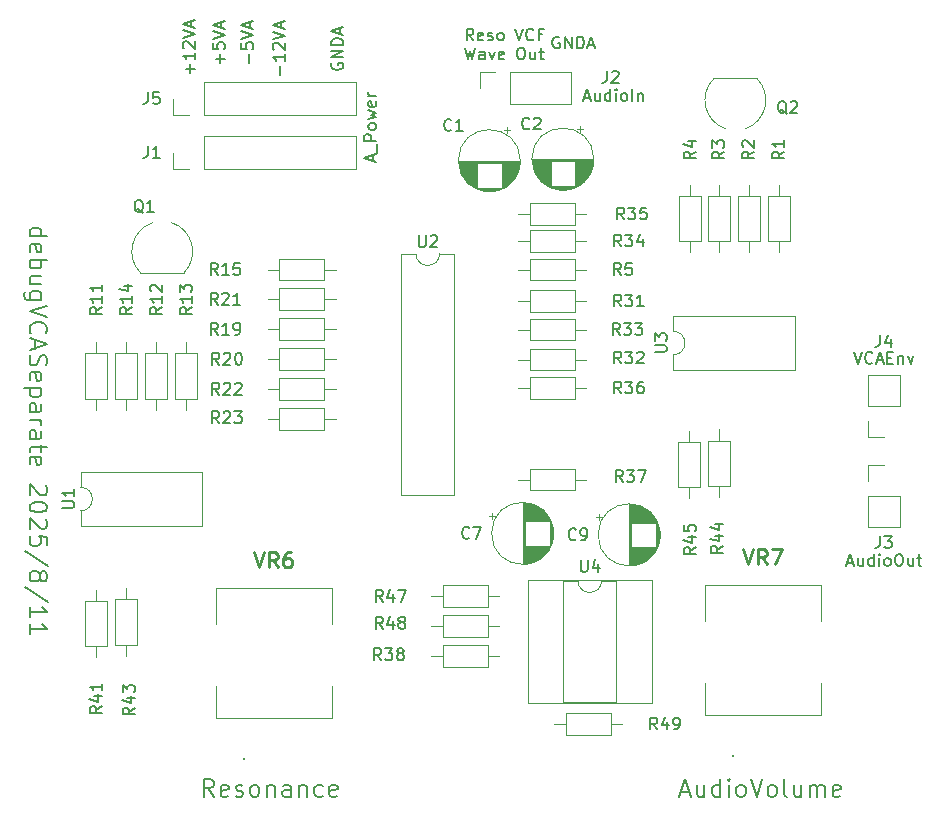
<source format=gto>
%TF.GenerationSoftware,KiCad,Pcbnew,9.0.3*%
%TF.CreationDate,2025-08-11T14:45:13+09:00*%
%TF.ProjectId,debugVCASeparate,64656275-6756-4434-9153-657061726174,rev?*%
%TF.SameCoordinates,Original*%
%TF.FileFunction,Legend,Top*%
%TF.FilePolarity,Positive*%
%FSLAX46Y46*%
G04 Gerber Fmt 4.6, Leading zero omitted, Abs format (unit mm)*
G04 Created by KiCad (PCBNEW 9.0.3) date 2025-08-11 14:45:13*
%MOMM*%
%LPD*%
G01*
G04 APERTURE LIST*
%ADD10C,0.200000*%
%ADD11C,0.150000*%
%ADD12C,0.254000*%
%ADD13C,0.120000*%
%ADD14C,0.100000*%
G04 APERTURE END LIST*
D10*
X42611971Y-85840578D02*
X44111971Y-85840578D01*
X42683400Y-85840578D02*
X42611971Y-85697720D01*
X42611971Y-85697720D02*
X42611971Y-85412006D01*
X42611971Y-85412006D02*
X42683400Y-85269149D01*
X42683400Y-85269149D02*
X42754828Y-85197720D01*
X42754828Y-85197720D02*
X42897685Y-85126292D01*
X42897685Y-85126292D02*
X43326257Y-85126292D01*
X43326257Y-85126292D02*
X43469114Y-85197720D01*
X43469114Y-85197720D02*
X43540542Y-85269149D01*
X43540542Y-85269149D02*
X43611971Y-85412006D01*
X43611971Y-85412006D02*
X43611971Y-85697720D01*
X43611971Y-85697720D02*
X43540542Y-85840578D01*
X42683400Y-87126292D02*
X42611971Y-86983435D01*
X42611971Y-86983435D02*
X42611971Y-86697721D01*
X42611971Y-86697721D02*
X42683400Y-86554863D01*
X42683400Y-86554863D02*
X42826257Y-86483435D01*
X42826257Y-86483435D02*
X43397685Y-86483435D01*
X43397685Y-86483435D02*
X43540542Y-86554863D01*
X43540542Y-86554863D02*
X43611971Y-86697721D01*
X43611971Y-86697721D02*
X43611971Y-86983435D01*
X43611971Y-86983435D02*
X43540542Y-87126292D01*
X43540542Y-87126292D02*
X43397685Y-87197721D01*
X43397685Y-87197721D02*
X43254828Y-87197721D01*
X43254828Y-87197721D02*
X43111971Y-86483435D01*
X42611971Y-87840577D02*
X44111971Y-87840577D01*
X43540542Y-87840577D02*
X43611971Y-87983435D01*
X43611971Y-87983435D02*
X43611971Y-88269149D01*
X43611971Y-88269149D02*
X43540542Y-88412006D01*
X43540542Y-88412006D02*
X43469114Y-88483435D01*
X43469114Y-88483435D02*
X43326257Y-88554863D01*
X43326257Y-88554863D02*
X42897685Y-88554863D01*
X42897685Y-88554863D02*
X42754828Y-88483435D01*
X42754828Y-88483435D02*
X42683400Y-88412006D01*
X42683400Y-88412006D02*
X42611971Y-88269149D01*
X42611971Y-88269149D02*
X42611971Y-87983435D01*
X42611971Y-87983435D02*
X42683400Y-87840577D01*
X43611971Y-89840578D02*
X42611971Y-89840578D01*
X43611971Y-89197720D02*
X42826257Y-89197720D01*
X42826257Y-89197720D02*
X42683400Y-89269149D01*
X42683400Y-89269149D02*
X42611971Y-89412006D01*
X42611971Y-89412006D02*
X42611971Y-89626292D01*
X42611971Y-89626292D02*
X42683400Y-89769149D01*
X42683400Y-89769149D02*
X42754828Y-89840578D01*
X43611971Y-91197721D02*
X42397685Y-91197721D01*
X42397685Y-91197721D02*
X42254828Y-91126292D01*
X42254828Y-91126292D02*
X42183400Y-91054863D01*
X42183400Y-91054863D02*
X42111971Y-90912006D01*
X42111971Y-90912006D02*
X42111971Y-90697721D01*
X42111971Y-90697721D02*
X42183400Y-90554863D01*
X42683400Y-91197721D02*
X42611971Y-91054863D01*
X42611971Y-91054863D02*
X42611971Y-90769149D01*
X42611971Y-90769149D02*
X42683400Y-90626292D01*
X42683400Y-90626292D02*
X42754828Y-90554863D01*
X42754828Y-90554863D02*
X42897685Y-90483435D01*
X42897685Y-90483435D02*
X43326257Y-90483435D01*
X43326257Y-90483435D02*
X43469114Y-90554863D01*
X43469114Y-90554863D02*
X43540542Y-90626292D01*
X43540542Y-90626292D02*
X43611971Y-90769149D01*
X43611971Y-90769149D02*
X43611971Y-91054863D01*
X43611971Y-91054863D02*
X43540542Y-91197721D01*
X44111971Y-91697721D02*
X42611971Y-92197721D01*
X42611971Y-92197721D02*
X44111971Y-92697721D01*
X42754828Y-94054863D02*
X42683400Y-93983435D01*
X42683400Y-93983435D02*
X42611971Y-93769149D01*
X42611971Y-93769149D02*
X42611971Y-93626292D01*
X42611971Y-93626292D02*
X42683400Y-93412006D01*
X42683400Y-93412006D02*
X42826257Y-93269149D01*
X42826257Y-93269149D02*
X42969114Y-93197720D01*
X42969114Y-93197720D02*
X43254828Y-93126292D01*
X43254828Y-93126292D02*
X43469114Y-93126292D01*
X43469114Y-93126292D02*
X43754828Y-93197720D01*
X43754828Y-93197720D02*
X43897685Y-93269149D01*
X43897685Y-93269149D02*
X44040542Y-93412006D01*
X44040542Y-93412006D02*
X44111971Y-93626292D01*
X44111971Y-93626292D02*
X44111971Y-93769149D01*
X44111971Y-93769149D02*
X44040542Y-93983435D01*
X44040542Y-93983435D02*
X43969114Y-94054863D01*
X43040542Y-94626292D02*
X43040542Y-95340578D01*
X42611971Y-94483435D02*
X44111971Y-94983435D01*
X44111971Y-94983435D02*
X42611971Y-95483435D01*
X42683400Y-95912006D02*
X42611971Y-96126292D01*
X42611971Y-96126292D02*
X42611971Y-96483434D01*
X42611971Y-96483434D02*
X42683400Y-96626292D01*
X42683400Y-96626292D02*
X42754828Y-96697720D01*
X42754828Y-96697720D02*
X42897685Y-96769149D01*
X42897685Y-96769149D02*
X43040542Y-96769149D01*
X43040542Y-96769149D02*
X43183400Y-96697720D01*
X43183400Y-96697720D02*
X43254828Y-96626292D01*
X43254828Y-96626292D02*
X43326257Y-96483434D01*
X43326257Y-96483434D02*
X43397685Y-96197720D01*
X43397685Y-96197720D02*
X43469114Y-96054863D01*
X43469114Y-96054863D02*
X43540542Y-95983434D01*
X43540542Y-95983434D02*
X43683400Y-95912006D01*
X43683400Y-95912006D02*
X43826257Y-95912006D01*
X43826257Y-95912006D02*
X43969114Y-95983434D01*
X43969114Y-95983434D02*
X44040542Y-96054863D01*
X44040542Y-96054863D02*
X44111971Y-96197720D01*
X44111971Y-96197720D02*
X44111971Y-96554863D01*
X44111971Y-96554863D02*
X44040542Y-96769149D01*
X42683400Y-97983434D02*
X42611971Y-97840577D01*
X42611971Y-97840577D02*
X42611971Y-97554863D01*
X42611971Y-97554863D02*
X42683400Y-97412005D01*
X42683400Y-97412005D02*
X42826257Y-97340577D01*
X42826257Y-97340577D02*
X43397685Y-97340577D01*
X43397685Y-97340577D02*
X43540542Y-97412005D01*
X43540542Y-97412005D02*
X43611971Y-97554863D01*
X43611971Y-97554863D02*
X43611971Y-97840577D01*
X43611971Y-97840577D02*
X43540542Y-97983434D01*
X43540542Y-97983434D02*
X43397685Y-98054863D01*
X43397685Y-98054863D02*
X43254828Y-98054863D01*
X43254828Y-98054863D02*
X43111971Y-97340577D01*
X43611971Y-98697719D02*
X42111971Y-98697719D01*
X43540542Y-98697719D02*
X43611971Y-98840577D01*
X43611971Y-98840577D02*
X43611971Y-99126291D01*
X43611971Y-99126291D02*
X43540542Y-99269148D01*
X43540542Y-99269148D02*
X43469114Y-99340577D01*
X43469114Y-99340577D02*
X43326257Y-99412005D01*
X43326257Y-99412005D02*
X42897685Y-99412005D01*
X42897685Y-99412005D02*
X42754828Y-99340577D01*
X42754828Y-99340577D02*
X42683400Y-99269148D01*
X42683400Y-99269148D02*
X42611971Y-99126291D01*
X42611971Y-99126291D02*
X42611971Y-98840577D01*
X42611971Y-98840577D02*
X42683400Y-98697719D01*
X42611971Y-100697720D02*
X43397685Y-100697720D01*
X43397685Y-100697720D02*
X43540542Y-100626291D01*
X43540542Y-100626291D02*
X43611971Y-100483434D01*
X43611971Y-100483434D02*
X43611971Y-100197720D01*
X43611971Y-100197720D02*
X43540542Y-100054862D01*
X42683400Y-100697720D02*
X42611971Y-100554862D01*
X42611971Y-100554862D02*
X42611971Y-100197720D01*
X42611971Y-100197720D02*
X42683400Y-100054862D01*
X42683400Y-100054862D02*
X42826257Y-99983434D01*
X42826257Y-99983434D02*
X42969114Y-99983434D01*
X42969114Y-99983434D02*
X43111971Y-100054862D01*
X43111971Y-100054862D02*
X43183400Y-100197720D01*
X43183400Y-100197720D02*
X43183400Y-100554862D01*
X43183400Y-100554862D02*
X43254828Y-100697720D01*
X42611971Y-101412005D02*
X43611971Y-101412005D01*
X43326257Y-101412005D02*
X43469114Y-101483434D01*
X43469114Y-101483434D02*
X43540542Y-101554863D01*
X43540542Y-101554863D02*
X43611971Y-101697720D01*
X43611971Y-101697720D02*
X43611971Y-101840577D01*
X42611971Y-102983434D02*
X43397685Y-102983434D01*
X43397685Y-102983434D02*
X43540542Y-102912005D01*
X43540542Y-102912005D02*
X43611971Y-102769148D01*
X43611971Y-102769148D02*
X43611971Y-102483434D01*
X43611971Y-102483434D02*
X43540542Y-102340576D01*
X42683400Y-102983434D02*
X42611971Y-102840576D01*
X42611971Y-102840576D02*
X42611971Y-102483434D01*
X42611971Y-102483434D02*
X42683400Y-102340576D01*
X42683400Y-102340576D02*
X42826257Y-102269148D01*
X42826257Y-102269148D02*
X42969114Y-102269148D01*
X42969114Y-102269148D02*
X43111971Y-102340576D01*
X43111971Y-102340576D02*
X43183400Y-102483434D01*
X43183400Y-102483434D02*
X43183400Y-102840576D01*
X43183400Y-102840576D02*
X43254828Y-102983434D01*
X43611971Y-103483434D02*
X43611971Y-104054862D01*
X44111971Y-103697719D02*
X42826257Y-103697719D01*
X42826257Y-103697719D02*
X42683400Y-103769148D01*
X42683400Y-103769148D02*
X42611971Y-103912005D01*
X42611971Y-103912005D02*
X42611971Y-104054862D01*
X42683400Y-105126291D02*
X42611971Y-104983434D01*
X42611971Y-104983434D02*
X42611971Y-104697720D01*
X42611971Y-104697720D02*
X42683400Y-104554862D01*
X42683400Y-104554862D02*
X42826257Y-104483434D01*
X42826257Y-104483434D02*
X43397685Y-104483434D01*
X43397685Y-104483434D02*
X43540542Y-104554862D01*
X43540542Y-104554862D02*
X43611971Y-104697720D01*
X43611971Y-104697720D02*
X43611971Y-104983434D01*
X43611971Y-104983434D02*
X43540542Y-105126291D01*
X43540542Y-105126291D02*
X43397685Y-105197720D01*
X43397685Y-105197720D02*
X43254828Y-105197720D01*
X43254828Y-105197720D02*
X43111971Y-104483434D01*
X43969114Y-106912005D02*
X44040542Y-106983433D01*
X44040542Y-106983433D02*
X44111971Y-107126291D01*
X44111971Y-107126291D02*
X44111971Y-107483433D01*
X44111971Y-107483433D02*
X44040542Y-107626291D01*
X44040542Y-107626291D02*
X43969114Y-107697719D01*
X43969114Y-107697719D02*
X43826257Y-107769148D01*
X43826257Y-107769148D02*
X43683400Y-107769148D01*
X43683400Y-107769148D02*
X43469114Y-107697719D01*
X43469114Y-107697719D02*
X42611971Y-106840576D01*
X42611971Y-106840576D02*
X42611971Y-107769148D01*
X44111971Y-108697719D02*
X44111971Y-108840576D01*
X44111971Y-108840576D02*
X44040542Y-108983433D01*
X44040542Y-108983433D02*
X43969114Y-109054862D01*
X43969114Y-109054862D02*
X43826257Y-109126290D01*
X43826257Y-109126290D02*
X43540542Y-109197719D01*
X43540542Y-109197719D02*
X43183400Y-109197719D01*
X43183400Y-109197719D02*
X42897685Y-109126290D01*
X42897685Y-109126290D02*
X42754828Y-109054862D01*
X42754828Y-109054862D02*
X42683400Y-108983433D01*
X42683400Y-108983433D02*
X42611971Y-108840576D01*
X42611971Y-108840576D02*
X42611971Y-108697719D01*
X42611971Y-108697719D02*
X42683400Y-108554862D01*
X42683400Y-108554862D02*
X42754828Y-108483433D01*
X42754828Y-108483433D02*
X42897685Y-108412004D01*
X42897685Y-108412004D02*
X43183400Y-108340576D01*
X43183400Y-108340576D02*
X43540542Y-108340576D01*
X43540542Y-108340576D02*
X43826257Y-108412004D01*
X43826257Y-108412004D02*
X43969114Y-108483433D01*
X43969114Y-108483433D02*
X44040542Y-108554862D01*
X44040542Y-108554862D02*
X44111971Y-108697719D01*
X43969114Y-109769147D02*
X44040542Y-109840575D01*
X44040542Y-109840575D02*
X44111971Y-109983433D01*
X44111971Y-109983433D02*
X44111971Y-110340575D01*
X44111971Y-110340575D02*
X44040542Y-110483433D01*
X44040542Y-110483433D02*
X43969114Y-110554861D01*
X43969114Y-110554861D02*
X43826257Y-110626290D01*
X43826257Y-110626290D02*
X43683400Y-110626290D01*
X43683400Y-110626290D02*
X43469114Y-110554861D01*
X43469114Y-110554861D02*
X42611971Y-109697718D01*
X42611971Y-109697718D02*
X42611971Y-110626290D01*
X44111971Y-111983432D02*
X44111971Y-111269146D01*
X44111971Y-111269146D02*
X43397685Y-111197718D01*
X43397685Y-111197718D02*
X43469114Y-111269146D01*
X43469114Y-111269146D02*
X43540542Y-111412004D01*
X43540542Y-111412004D02*
X43540542Y-111769146D01*
X43540542Y-111769146D02*
X43469114Y-111912004D01*
X43469114Y-111912004D02*
X43397685Y-111983432D01*
X43397685Y-111983432D02*
X43254828Y-112054861D01*
X43254828Y-112054861D02*
X42897685Y-112054861D01*
X42897685Y-112054861D02*
X42754828Y-111983432D01*
X42754828Y-111983432D02*
X42683400Y-111912004D01*
X42683400Y-111912004D02*
X42611971Y-111769146D01*
X42611971Y-111769146D02*
X42611971Y-111412004D01*
X42611971Y-111412004D02*
X42683400Y-111269146D01*
X42683400Y-111269146D02*
X42754828Y-111197718D01*
X44183400Y-113769146D02*
X42254828Y-112483432D01*
X43469114Y-114483432D02*
X43540542Y-114340575D01*
X43540542Y-114340575D02*
X43611971Y-114269146D01*
X43611971Y-114269146D02*
X43754828Y-114197718D01*
X43754828Y-114197718D02*
X43826257Y-114197718D01*
X43826257Y-114197718D02*
X43969114Y-114269146D01*
X43969114Y-114269146D02*
X44040542Y-114340575D01*
X44040542Y-114340575D02*
X44111971Y-114483432D01*
X44111971Y-114483432D02*
X44111971Y-114769146D01*
X44111971Y-114769146D02*
X44040542Y-114912004D01*
X44040542Y-114912004D02*
X43969114Y-114983432D01*
X43969114Y-114983432D02*
X43826257Y-115054861D01*
X43826257Y-115054861D02*
X43754828Y-115054861D01*
X43754828Y-115054861D02*
X43611971Y-114983432D01*
X43611971Y-114983432D02*
X43540542Y-114912004D01*
X43540542Y-114912004D02*
X43469114Y-114769146D01*
X43469114Y-114769146D02*
X43469114Y-114483432D01*
X43469114Y-114483432D02*
X43397685Y-114340575D01*
X43397685Y-114340575D02*
X43326257Y-114269146D01*
X43326257Y-114269146D02*
X43183400Y-114197718D01*
X43183400Y-114197718D02*
X42897685Y-114197718D01*
X42897685Y-114197718D02*
X42754828Y-114269146D01*
X42754828Y-114269146D02*
X42683400Y-114340575D01*
X42683400Y-114340575D02*
X42611971Y-114483432D01*
X42611971Y-114483432D02*
X42611971Y-114769146D01*
X42611971Y-114769146D02*
X42683400Y-114912004D01*
X42683400Y-114912004D02*
X42754828Y-114983432D01*
X42754828Y-114983432D02*
X42897685Y-115054861D01*
X42897685Y-115054861D02*
X43183400Y-115054861D01*
X43183400Y-115054861D02*
X43326257Y-114983432D01*
X43326257Y-114983432D02*
X43397685Y-114912004D01*
X43397685Y-114912004D02*
X43469114Y-114769146D01*
X44183400Y-116769146D02*
X42254828Y-115483432D01*
X42611971Y-118054861D02*
X42611971Y-117197718D01*
X42611971Y-117626289D02*
X44111971Y-117626289D01*
X44111971Y-117626289D02*
X43897685Y-117483432D01*
X43897685Y-117483432D02*
X43754828Y-117340575D01*
X43754828Y-117340575D02*
X43683400Y-117197718D01*
X42611971Y-119483432D02*
X42611971Y-118626289D01*
X42611971Y-119054860D02*
X44111971Y-119054860D01*
X44111971Y-119054860D02*
X43897685Y-118912003D01*
X43897685Y-118912003D02*
X43754828Y-118769146D01*
X43754828Y-118769146D02*
X43683400Y-118626289D01*
D11*
X97735286Y-132845557D02*
X98449572Y-132845557D01*
X97592429Y-133274128D02*
X98092429Y-131774128D01*
X98092429Y-131774128D02*
X98592429Y-133274128D01*
X99735286Y-132274128D02*
X99735286Y-133274128D01*
X99092428Y-132274128D02*
X99092428Y-133059842D01*
X99092428Y-133059842D02*
X99163857Y-133202700D01*
X99163857Y-133202700D02*
X99306714Y-133274128D01*
X99306714Y-133274128D02*
X99521000Y-133274128D01*
X99521000Y-133274128D02*
X99663857Y-133202700D01*
X99663857Y-133202700D02*
X99735286Y-133131271D01*
X101092429Y-133274128D02*
X101092429Y-131774128D01*
X101092429Y-133202700D02*
X100949571Y-133274128D01*
X100949571Y-133274128D02*
X100663857Y-133274128D01*
X100663857Y-133274128D02*
X100521000Y-133202700D01*
X100521000Y-133202700D02*
X100449571Y-133131271D01*
X100449571Y-133131271D02*
X100378143Y-132988414D01*
X100378143Y-132988414D02*
X100378143Y-132559842D01*
X100378143Y-132559842D02*
X100449571Y-132416985D01*
X100449571Y-132416985D02*
X100521000Y-132345557D01*
X100521000Y-132345557D02*
X100663857Y-132274128D01*
X100663857Y-132274128D02*
X100949571Y-132274128D01*
X100949571Y-132274128D02*
X101092429Y-132345557D01*
X101806714Y-133274128D02*
X101806714Y-132274128D01*
X101806714Y-131774128D02*
X101735286Y-131845557D01*
X101735286Y-131845557D02*
X101806714Y-131916985D01*
X101806714Y-131916985D02*
X101878143Y-131845557D01*
X101878143Y-131845557D02*
X101806714Y-131774128D01*
X101806714Y-131774128D02*
X101806714Y-131916985D01*
X102735286Y-133274128D02*
X102592429Y-133202700D01*
X102592429Y-133202700D02*
X102521000Y-133131271D01*
X102521000Y-133131271D02*
X102449572Y-132988414D01*
X102449572Y-132988414D02*
X102449572Y-132559842D01*
X102449572Y-132559842D02*
X102521000Y-132416985D01*
X102521000Y-132416985D02*
X102592429Y-132345557D01*
X102592429Y-132345557D02*
X102735286Y-132274128D01*
X102735286Y-132274128D02*
X102949572Y-132274128D01*
X102949572Y-132274128D02*
X103092429Y-132345557D01*
X103092429Y-132345557D02*
X103163858Y-132416985D01*
X103163858Y-132416985D02*
X103235286Y-132559842D01*
X103235286Y-132559842D02*
X103235286Y-132988414D01*
X103235286Y-132988414D02*
X103163858Y-133131271D01*
X103163858Y-133131271D02*
X103092429Y-133202700D01*
X103092429Y-133202700D02*
X102949572Y-133274128D01*
X102949572Y-133274128D02*
X102735286Y-133274128D01*
X103663858Y-131774128D02*
X104163858Y-133274128D01*
X104163858Y-133274128D02*
X104663858Y-131774128D01*
X105378143Y-133274128D02*
X105235286Y-133202700D01*
X105235286Y-133202700D02*
X105163857Y-133131271D01*
X105163857Y-133131271D02*
X105092429Y-132988414D01*
X105092429Y-132988414D02*
X105092429Y-132559842D01*
X105092429Y-132559842D02*
X105163857Y-132416985D01*
X105163857Y-132416985D02*
X105235286Y-132345557D01*
X105235286Y-132345557D02*
X105378143Y-132274128D01*
X105378143Y-132274128D02*
X105592429Y-132274128D01*
X105592429Y-132274128D02*
X105735286Y-132345557D01*
X105735286Y-132345557D02*
X105806715Y-132416985D01*
X105806715Y-132416985D02*
X105878143Y-132559842D01*
X105878143Y-132559842D02*
X105878143Y-132988414D01*
X105878143Y-132988414D02*
X105806715Y-133131271D01*
X105806715Y-133131271D02*
X105735286Y-133202700D01*
X105735286Y-133202700D02*
X105592429Y-133274128D01*
X105592429Y-133274128D02*
X105378143Y-133274128D01*
X106735286Y-133274128D02*
X106592429Y-133202700D01*
X106592429Y-133202700D02*
X106521000Y-133059842D01*
X106521000Y-133059842D02*
X106521000Y-131774128D01*
X107949572Y-132274128D02*
X107949572Y-133274128D01*
X107306714Y-132274128D02*
X107306714Y-133059842D01*
X107306714Y-133059842D02*
X107378143Y-133202700D01*
X107378143Y-133202700D02*
X107521000Y-133274128D01*
X107521000Y-133274128D02*
X107735286Y-133274128D01*
X107735286Y-133274128D02*
X107878143Y-133202700D01*
X107878143Y-133202700D02*
X107949572Y-133131271D01*
X108663857Y-133274128D02*
X108663857Y-132274128D01*
X108663857Y-132416985D02*
X108735286Y-132345557D01*
X108735286Y-132345557D02*
X108878143Y-132274128D01*
X108878143Y-132274128D02*
X109092429Y-132274128D01*
X109092429Y-132274128D02*
X109235286Y-132345557D01*
X109235286Y-132345557D02*
X109306715Y-132488414D01*
X109306715Y-132488414D02*
X109306715Y-133274128D01*
X109306715Y-132488414D02*
X109378143Y-132345557D01*
X109378143Y-132345557D02*
X109521000Y-132274128D01*
X109521000Y-132274128D02*
X109735286Y-132274128D01*
X109735286Y-132274128D02*
X109878143Y-132345557D01*
X109878143Y-132345557D02*
X109949572Y-132488414D01*
X109949572Y-132488414D02*
X109949572Y-133274128D01*
X111235286Y-133202700D02*
X111092429Y-133274128D01*
X111092429Y-133274128D02*
X110806715Y-133274128D01*
X110806715Y-133274128D02*
X110663857Y-133202700D01*
X110663857Y-133202700D02*
X110592429Y-133059842D01*
X110592429Y-133059842D02*
X110592429Y-132488414D01*
X110592429Y-132488414D02*
X110663857Y-132345557D01*
X110663857Y-132345557D02*
X110806715Y-132274128D01*
X110806715Y-132274128D02*
X111092429Y-132274128D01*
X111092429Y-132274128D02*
X111235286Y-132345557D01*
X111235286Y-132345557D02*
X111306715Y-132488414D01*
X111306715Y-132488414D02*
X111306715Y-132631271D01*
X111306715Y-132631271D02*
X110592429Y-132774128D01*
X58206285Y-133274128D02*
X57706285Y-132559842D01*
X57349142Y-133274128D02*
X57349142Y-131774128D01*
X57349142Y-131774128D02*
X57920571Y-131774128D01*
X57920571Y-131774128D02*
X58063428Y-131845557D01*
X58063428Y-131845557D02*
X58134857Y-131916985D01*
X58134857Y-131916985D02*
X58206285Y-132059842D01*
X58206285Y-132059842D02*
X58206285Y-132274128D01*
X58206285Y-132274128D02*
X58134857Y-132416985D01*
X58134857Y-132416985D02*
X58063428Y-132488414D01*
X58063428Y-132488414D02*
X57920571Y-132559842D01*
X57920571Y-132559842D02*
X57349142Y-132559842D01*
X59420571Y-133202700D02*
X59277714Y-133274128D01*
X59277714Y-133274128D02*
X58992000Y-133274128D01*
X58992000Y-133274128D02*
X58849142Y-133202700D01*
X58849142Y-133202700D02*
X58777714Y-133059842D01*
X58777714Y-133059842D02*
X58777714Y-132488414D01*
X58777714Y-132488414D02*
X58849142Y-132345557D01*
X58849142Y-132345557D02*
X58992000Y-132274128D01*
X58992000Y-132274128D02*
X59277714Y-132274128D01*
X59277714Y-132274128D02*
X59420571Y-132345557D01*
X59420571Y-132345557D02*
X59492000Y-132488414D01*
X59492000Y-132488414D02*
X59492000Y-132631271D01*
X59492000Y-132631271D02*
X58777714Y-132774128D01*
X60063428Y-133202700D02*
X60206285Y-133274128D01*
X60206285Y-133274128D02*
X60491999Y-133274128D01*
X60491999Y-133274128D02*
X60634856Y-133202700D01*
X60634856Y-133202700D02*
X60706285Y-133059842D01*
X60706285Y-133059842D02*
X60706285Y-132988414D01*
X60706285Y-132988414D02*
X60634856Y-132845557D01*
X60634856Y-132845557D02*
X60491999Y-132774128D01*
X60491999Y-132774128D02*
X60277714Y-132774128D01*
X60277714Y-132774128D02*
X60134856Y-132702700D01*
X60134856Y-132702700D02*
X60063428Y-132559842D01*
X60063428Y-132559842D02*
X60063428Y-132488414D01*
X60063428Y-132488414D02*
X60134856Y-132345557D01*
X60134856Y-132345557D02*
X60277714Y-132274128D01*
X60277714Y-132274128D02*
X60491999Y-132274128D01*
X60491999Y-132274128D02*
X60634856Y-132345557D01*
X61563428Y-133274128D02*
X61420571Y-133202700D01*
X61420571Y-133202700D02*
X61349142Y-133131271D01*
X61349142Y-133131271D02*
X61277714Y-132988414D01*
X61277714Y-132988414D02*
X61277714Y-132559842D01*
X61277714Y-132559842D02*
X61349142Y-132416985D01*
X61349142Y-132416985D02*
X61420571Y-132345557D01*
X61420571Y-132345557D02*
X61563428Y-132274128D01*
X61563428Y-132274128D02*
X61777714Y-132274128D01*
X61777714Y-132274128D02*
X61920571Y-132345557D01*
X61920571Y-132345557D02*
X61992000Y-132416985D01*
X61992000Y-132416985D02*
X62063428Y-132559842D01*
X62063428Y-132559842D02*
X62063428Y-132988414D01*
X62063428Y-132988414D02*
X61992000Y-133131271D01*
X61992000Y-133131271D02*
X61920571Y-133202700D01*
X61920571Y-133202700D02*
X61777714Y-133274128D01*
X61777714Y-133274128D02*
X61563428Y-133274128D01*
X62706285Y-132274128D02*
X62706285Y-133274128D01*
X62706285Y-132416985D02*
X62777714Y-132345557D01*
X62777714Y-132345557D02*
X62920571Y-132274128D01*
X62920571Y-132274128D02*
X63134857Y-132274128D01*
X63134857Y-132274128D02*
X63277714Y-132345557D01*
X63277714Y-132345557D02*
X63349143Y-132488414D01*
X63349143Y-132488414D02*
X63349143Y-133274128D01*
X64706286Y-133274128D02*
X64706286Y-132488414D01*
X64706286Y-132488414D02*
X64634857Y-132345557D01*
X64634857Y-132345557D02*
X64492000Y-132274128D01*
X64492000Y-132274128D02*
X64206286Y-132274128D01*
X64206286Y-132274128D02*
X64063428Y-132345557D01*
X64706286Y-133202700D02*
X64563428Y-133274128D01*
X64563428Y-133274128D02*
X64206286Y-133274128D01*
X64206286Y-133274128D02*
X64063428Y-133202700D01*
X64063428Y-133202700D02*
X63992000Y-133059842D01*
X63992000Y-133059842D02*
X63992000Y-132916985D01*
X63992000Y-132916985D02*
X64063428Y-132774128D01*
X64063428Y-132774128D02*
X64206286Y-132702700D01*
X64206286Y-132702700D02*
X64563428Y-132702700D01*
X64563428Y-132702700D02*
X64706286Y-132631271D01*
X65420571Y-132274128D02*
X65420571Y-133274128D01*
X65420571Y-132416985D02*
X65492000Y-132345557D01*
X65492000Y-132345557D02*
X65634857Y-132274128D01*
X65634857Y-132274128D02*
X65849143Y-132274128D01*
X65849143Y-132274128D02*
X65992000Y-132345557D01*
X65992000Y-132345557D02*
X66063429Y-132488414D01*
X66063429Y-132488414D02*
X66063429Y-133274128D01*
X67420572Y-133202700D02*
X67277714Y-133274128D01*
X67277714Y-133274128D02*
X66992000Y-133274128D01*
X66992000Y-133274128D02*
X66849143Y-133202700D01*
X66849143Y-133202700D02*
X66777714Y-133131271D01*
X66777714Y-133131271D02*
X66706286Y-132988414D01*
X66706286Y-132988414D02*
X66706286Y-132559842D01*
X66706286Y-132559842D02*
X66777714Y-132416985D01*
X66777714Y-132416985D02*
X66849143Y-132345557D01*
X66849143Y-132345557D02*
X66992000Y-132274128D01*
X66992000Y-132274128D02*
X67277714Y-132274128D01*
X67277714Y-132274128D02*
X67420572Y-132345557D01*
X68634857Y-133202700D02*
X68492000Y-133274128D01*
X68492000Y-133274128D02*
X68206286Y-133274128D01*
X68206286Y-133274128D02*
X68063428Y-133202700D01*
X68063428Y-133202700D02*
X67992000Y-133059842D01*
X67992000Y-133059842D02*
X67992000Y-132488414D01*
X67992000Y-132488414D02*
X68063428Y-132345557D01*
X68063428Y-132345557D02*
X68206286Y-132274128D01*
X68206286Y-132274128D02*
X68492000Y-132274128D01*
X68492000Y-132274128D02*
X68634857Y-132345557D01*
X68634857Y-132345557D02*
X68706286Y-132488414D01*
X68706286Y-132488414D02*
X68706286Y-132631271D01*
X68706286Y-132631271D02*
X67992000Y-132774128D01*
X87455523Y-68971438D02*
X87360285Y-68923819D01*
X87360285Y-68923819D02*
X87217428Y-68923819D01*
X87217428Y-68923819D02*
X87074571Y-68971438D01*
X87074571Y-68971438D02*
X86979333Y-69066676D01*
X86979333Y-69066676D02*
X86931714Y-69161914D01*
X86931714Y-69161914D02*
X86884095Y-69352390D01*
X86884095Y-69352390D02*
X86884095Y-69495247D01*
X86884095Y-69495247D02*
X86931714Y-69685723D01*
X86931714Y-69685723D02*
X86979333Y-69780961D01*
X86979333Y-69780961D02*
X87074571Y-69876200D01*
X87074571Y-69876200D02*
X87217428Y-69923819D01*
X87217428Y-69923819D02*
X87312666Y-69923819D01*
X87312666Y-69923819D02*
X87455523Y-69876200D01*
X87455523Y-69876200D02*
X87503142Y-69828580D01*
X87503142Y-69828580D02*
X87503142Y-69495247D01*
X87503142Y-69495247D02*
X87312666Y-69495247D01*
X87931714Y-69923819D02*
X87931714Y-68923819D01*
X87931714Y-68923819D02*
X88503142Y-69923819D01*
X88503142Y-69923819D02*
X88503142Y-68923819D01*
X88979333Y-69923819D02*
X88979333Y-68923819D01*
X88979333Y-68923819D02*
X89217428Y-68923819D01*
X89217428Y-68923819D02*
X89360285Y-68971438D01*
X89360285Y-68971438D02*
X89455523Y-69066676D01*
X89455523Y-69066676D02*
X89503142Y-69161914D01*
X89503142Y-69161914D02*
X89550761Y-69352390D01*
X89550761Y-69352390D02*
X89550761Y-69495247D01*
X89550761Y-69495247D02*
X89503142Y-69685723D01*
X89503142Y-69685723D02*
X89455523Y-69780961D01*
X89455523Y-69780961D02*
X89360285Y-69876200D01*
X89360285Y-69876200D02*
X89217428Y-69923819D01*
X89217428Y-69923819D02*
X88979333Y-69923819D01*
X89931714Y-69638104D02*
X90407904Y-69638104D01*
X89836476Y-69923819D02*
X90169809Y-68923819D01*
X90169809Y-68923819D02*
X90503142Y-69923819D01*
X83701095Y-68245847D02*
X84034428Y-69245847D01*
X84034428Y-69245847D02*
X84367761Y-68245847D01*
X85272523Y-69150608D02*
X85224904Y-69198228D01*
X85224904Y-69198228D02*
X85082047Y-69245847D01*
X85082047Y-69245847D02*
X84986809Y-69245847D01*
X84986809Y-69245847D02*
X84843952Y-69198228D01*
X84843952Y-69198228D02*
X84748714Y-69102989D01*
X84748714Y-69102989D02*
X84701095Y-69007751D01*
X84701095Y-69007751D02*
X84653476Y-68817275D01*
X84653476Y-68817275D02*
X84653476Y-68674418D01*
X84653476Y-68674418D02*
X84701095Y-68483942D01*
X84701095Y-68483942D02*
X84748714Y-68388704D01*
X84748714Y-68388704D02*
X84843952Y-68293466D01*
X84843952Y-68293466D02*
X84986809Y-68245847D01*
X84986809Y-68245847D02*
X85082047Y-68245847D01*
X85082047Y-68245847D02*
X85224904Y-68293466D01*
X85224904Y-68293466D02*
X85272523Y-68341085D01*
X86034428Y-68722037D02*
X85701095Y-68722037D01*
X85701095Y-69245847D02*
X85701095Y-68245847D01*
X85701095Y-68245847D02*
X86177285Y-68245847D01*
X84129666Y-69855791D02*
X84320142Y-69855791D01*
X84320142Y-69855791D02*
X84415380Y-69903410D01*
X84415380Y-69903410D02*
X84510618Y-69998648D01*
X84510618Y-69998648D02*
X84558237Y-70189124D01*
X84558237Y-70189124D02*
X84558237Y-70522457D01*
X84558237Y-70522457D02*
X84510618Y-70712933D01*
X84510618Y-70712933D02*
X84415380Y-70808172D01*
X84415380Y-70808172D02*
X84320142Y-70855791D01*
X84320142Y-70855791D02*
X84129666Y-70855791D01*
X84129666Y-70855791D02*
X84034428Y-70808172D01*
X84034428Y-70808172D02*
X83939190Y-70712933D01*
X83939190Y-70712933D02*
X83891571Y-70522457D01*
X83891571Y-70522457D02*
X83891571Y-70189124D01*
X83891571Y-70189124D02*
X83939190Y-69998648D01*
X83939190Y-69998648D02*
X84034428Y-69903410D01*
X84034428Y-69903410D02*
X84129666Y-69855791D01*
X85415380Y-70189124D02*
X85415380Y-70855791D01*
X84986809Y-70189124D02*
X84986809Y-70712933D01*
X84986809Y-70712933D02*
X85034428Y-70808172D01*
X85034428Y-70808172D02*
X85129666Y-70855791D01*
X85129666Y-70855791D02*
X85272523Y-70855791D01*
X85272523Y-70855791D02*
X85367761Y-70808172D01*
X85367761Y-70808172D02*
X85415380Y-70760552D01*
X85748714Y-70189124D02*
X86129666Y-70189124D01*
X85891571Y-69855791D02*
X85891571Y-70712933D01*
X85891571Y-70712933D02*
X85939190Y-70808172D01*
X85939190Y-70808172D02*
X86034428Y-70855791D01*
X86034428Y-70855791D02*
X86129666Y-70855791D01*
X80176809Y-69245847D02*
X79843476Y-68769656D01*
X79605381Y-69245847D02*
X79605381Y-68245847D01*
X79605381Y-68245847D02*
X79986333Y-68245847D01*
X79986333Y-68245847D02*
X80081571Y-68293466D01*
X80081571Y-68293466D02*
X80129190Y-68341085D01*
X80129190Y-68341085D02*
X80176809Y-68436323D01*
X80176809Y-68436323D02*
X80176809Y-68579180D01*
X80176809Y-68579180D02*
X80129190Y-68674418D01*
X80129190Y-68674418D02*
X80081571Y-68722037D01*
X80081571Y-68722037D02*
X79986333Y-68769656D01*
X79986333Y-68769656D02*
X79605381Y-68769656D01*
X80986333Y-69198228D02*
X80891095Y-69245847D01*
X80891095Y-69245847D02*
X80700619Y-69245847D01*
X80700619Y-69245847D02*
X80605381Y-69198228D01*
X80605381Y-69198228D02*
X80557762Y-69102989D01*
X80557762Y-69102989D02*
X80557762Y-68722037D01*
X80557762Y-68722037D02*
X80605381Y-68626799D01*
X80605381Y-68626799D02*
X80700619Y-68579180D01*
X80700619Y-68579180D02*
X80891095Y-68579180D01*
X80891095Y-68579180D02*
X80986333Y-68626799D01*
X80986333Y-68626799D02*
X81033952Y-68722037D01*
X81033952Y-68722037D02*
X81033952Y-68817275D01*
X81033952Y-68817275D02*
X80557762Y-68912513D01*
X81414905Y-69198228D02*
X81510143Y-69245847D01*
X81510143Y-69245847D02*
X81700619Y-69245847D01*
X81700619Y-69245847D02*
X81795857Y-69198228D01*
X81795857Y-69198228D02*
X81843476Y-69102989D01*
X81843476Y-69102989D02*
X81843476Y-69055370D01*
X81843476Y-69055370D02*
X81795857Y-68960132D01*
X81795857Y-68960132D02*
X81700619Y-68912513D01*
X81700619Y-68912513D02*
X81557762Y-68912513D01*
X81557762Y-68912513D02*
X81462524Y-68864894D01*
X81462524Y-68864894D02*
X81414905Y-68769656D01*
X81414905Y-68769656D02*
X81414905Y-68722037D01*
X81414905Y-68722037D02*
X81462524Y-68626799D01*
X81462524Y-68626799D02*
X81557762Y-68579180D01*
X81557762Y-68579180D02*
X81700619Y-68579180D01*
X81700619Y-68579180D02*
X81795857Y-68626799D01*
X82414905Y-69245847D02*
X82319667Y-69198228D01*
X82319667Y-69198228D02*
X82272048Y-69150608D01*
X82272048Y-69150608D02*
X82224429Y-69055370D01*
X82224429Y-69055370D02*
X82224429Y-68769656D01*
X82224429Y-68769656D02*
X82272048Y-68674418D01*
X82272048Y-68674418D02*
X82319667Y-68626799D01*
X82319667Y-68626799D02*
X82414905Y-68579180D01*
X82414905Y-68579180D02*
X82557762Y-68579180D01*
X82557762Y-68579180D02*
X82653000Y-68626799D01*
X82653000Y-68626799D02*
X82700619Y-68674418D01*
X82700619Y-68674418D02*
X82748238Y-68769656D01*
X82748238Y-68769656D02*
X82748238Y-69055370D01*
X82748238Y-69055370D02*
X82700619Y-69150608D01*
X82700619Y-69150608D02*
X82653000Y-69198228D01*
X82653000Y-69198228D02*
X82557762Y-69245847D01*
X82557762Y-69245847D02*
X82414905Y-69245847D01*
X79462524Y-69855791D02*
X79700619Y-70855791D01*
X79700619Y-70855791D02*
X79891095Y-70141505D01*
X79891095Y-70141505D02*
X80081571Y-70855791D01*
X80081571Y-70855791D02*
X80319667Y-69855791D01*
X81129190Y-70855791D02*
X81129190Y-70331981D01*
X81129190Y-70331981D02*
X81081571Y-70236743D01*
X81081571Y-70236743D02*
X80986333Y-70189124D01*
X80986333Y-70189124D02*
X80795857Y-70189124D01*
X80795857Y-70189124D02*
X80700619Y-70236743D01*
X81129190Y-70808172D02*
X81033952Y-70855791D01*
X81033952Y-70855791D02*
X80795857Y-70855791D01*
X80795857Y-70855791D02*
X80700619Y-70808172D01*
X80700619Y-70808172D02*
X80653000Y-70712933D01*
X80653000Y-70712933D02*
X80653000Y-70617695D01*
X80653000Y-70617695D02*
X80700619Y-70522457D01*
X80700619Y-70522457D02*
X80795857Y-70474838D01*
X80795857Y-70474838D02*
X81033952Y-70474838D01*
X81033952Y-70474838D02*
X81129190Y-70427219D01*
X81510143Y-70189124D02*
X81748238Y-70855791D01*
X81748238Y-70855791D02*
X81986333Y-70189124D01*
X82748238Y-70808172D02*
X82653000Y-70855791D01*
X82653000Y-70855791D02*
X82462524Y-70855791D01*
X82462524Y-70855791D02*
X82367286Y-70808172D01*
X82367286Y-70808172D02*
X82319667Y-70712933D01*
X82319667Y-70712933D02*
X82319667Y-70331981D01*
X82319667Y-70331981D02*
X82367286Y-70236743D01*
X82367286Y-70236743D02*
X82462524Y-70189124D01*
X82462524Y-70189124D02*
X82653000Y-70189124D01*
X82653000Y-70189124D02*
X82748238Y-70236743D01*
X82748238Y-70236743D02*
X82795857Y-70331981D01*
X82795857Y-70331981D02*
X82795857Y-70427219D01*
X82795857Y-70427219D02*
X82319667Y-70522457D01*
X68209438Y-71167476D02*
X68161819Y-71262714D01*
X68161819Y-71262714D02*
X68161819Y-71405571D01*
X68161819Y-71405571D02*
X68209438Y-71548428D01*
X68209438Y-71548428D02*
X68304676Y-71643666D01*
X68304676Y-71643666D02*
X68399914Y-71691285D01*
X68399914Y-71691285D02*
X68590390Y-71738904D01*
X68590390Y-71738904D02*
X68733247Y-71738904D01*
X68733247Y-71738904D02*
X68923723Y-71691285D01*
X68923723Y-71691285D02*
X69018961Y-71643666D01*
X69018961Y-71643666D02*
X69114200Y-71548428D01*
X69114200Y-71548428D02*
X69161819Y-71405571D01*
X69161819Y-71405571D02*
X69161819Y-71310333D01*
X69161819Y-71310333D02*
X69114200Y-71167476D01*
X69114200Y-71167476D02*
X69066580Y-71119857D01*
X69066580Y-71119857D02*
X68733247Y-71119857D01*
X68733247Y-71119857D02*
X68733247Y-71310333D01*
X69161819Y-70691285D02*
X68161819Y-70691285D01*
X68161819Y-70691285D02*
X69161819Y-70119857D01*
X69161819Y-70119857D02*
X68161819Y-70119857D01*
X69161819Y-69643666D02*
X68161819Y-69643666D01*
X68161819Y-69643666D02*
X68161819Y-69405571D01*
X68161819Y-69405571D02*
X68209438Y-69262714D01*
X68209438Y-69262714D02*
X68304676Y-69167476D01*
X68304676Y-69167476D02*
X68399914Y-69119857D01*
X68399914Y-69119857D02*
X68590390Y-69072238D01*
X68590390Y-69072238D02*
X68733247Y-69072238D01*
X68733247Y-69072238D02*
X68923723Y-69119857D01*
X68923723Y-69119857D02*
X69018961Y-69167476D01*
X69018961Y-69167476D02*
X69114200Y-69262714D01*
X69114200Y-69262714D02*
X69161819Y-69405571D01*
X69161819Y-69405571D02*
X69161819Y-69643666D01*
X68876104Y-68691285D02*
X68876104Y-68215095D01*
X69161819Y-68786523D02*
X68161819Y-68453190D01*
X68161819Y-68453190D02*
X69161819Y-68119857D01*
X63827866Y-72167475D02*
X63827866Y-71405571D01*
X64208819Y-70405571D02*
X64208819Y-70976999D01*
X64208819Y-70691285D02*
X63208819Y-70691285D01*
X63208819Y-70691285D02*
X63351676Y-70786523D01*
X63351676Y-70786523D02*
X63446914Y-70881761D01*
X63446914Y-70881761D02*
X63494533Y-70976999D01*
X63304057Y-70024618D02*
X63256438Y-69976999D01*
X63256438Y-69976999D02*
X63208819Y-69881761D01*
X63208819Y-69881761D02*
X63208819Y-69643666D01*
X63208819Y-69643666D02*
X63256438Y-69548428D01*
X63256438Y-69548428D02*
X63304057Y-69500809D01*
X63304057Y-69500809D02*
X63399295Y-69453190D01*
X63399295Y-69453190D02*
X63494533Y-69453190D01*
X63494533Y-69453190D02*
X63637390Y-69500809D01*
X63637390Y-69500809D02*
X64208819Y-70072237D01*
X64208819Y-70072237D02*
X64208819Y-69453190D01*
X63208819Y-69167475D02*
X64208819Y-68834142D01*
X64208819Y-68834142D02*
X63208819Y-68500809D01*
X63923104Y-68215094D02*
X63923104Y-67738904D01*
X64208819Y-68310332D02*
X63208819Y-67976999D01*
X63208819Y-67976999D02*
X64208819Y-67643666D01*
X61160866Y-71183285D02*
X61160866Y-70421381D01*
X60541819Y-69469000D02*
X60541819Y-69945190D01*
X60541819Y-69945190D02*
X61018009Y-69992809D01*
X61018009Y-69992809D02*
X60970390Y-69945190D01*
X60970390Y-69945190D02*
X60922771Y-69849952D01*
X60922771Y-69849952D02*
X60922771Y-69611857D01*
X60922771Y-69611857D02*
X60970390Y-69516619D01*
X60970390Y-69516619D02*
X61018009Y-69469000D01*
X61018009Y-69469000D02*
X61113247Y-69421381D01*
X61113247Y-69421381D02*
X61351342Y-69421381D01*
X61351342Y-69421381D02*
X61446580Y-69469000D01*
X61446580Y-69469000D02*
X61494200Y-69516619D01*
X61494200Y-69516619D02*
X61541819Y-69611857D01*
X61541819Y-69611857D02*
X61541819Y-69849952D01*
X61541819Y-69849952D02*
X61494200Y-69945190D01*
X61494200Y-69945190D02*
X61446580Y-69992809D01*
X60541819Y-69135666D02*
X61541819Y-68802333D01*
X61541819Y-68802333D02*
X60541819Y-68469000D01*
X61256104Y-68183285D02*
X61256104Y-67707095D01*
X61541819Y-68278523D02*
X60541819Y-67945190D01*
X60541819Y-67945190D02*
X61541819Y-67611857D01*
X58747866Y-71183285D02*
X58747866Y-70421381D01*
X59128819Y-70802333D02*
X58366914Y-70802333D01*
X58128819Y-69469000D02*
X58128819Y-69945190D01*
X58128819Y-69945190D02*
X58605009Y-69992809D01*
X58605009Y-69992809D02*
X58557390Y-69945190D01*
X58557390Y-69945190D02*
X58509771Y-69849952D01*
X58509771Y-69849952D02*
X58509771Y-69611857D01*
X58509771Y-69611857D02*
X58557390Y-69516619D01*
X58557390Y-69516619D02*
X58605009Y-69469000D01*
X58605009Y-69469000D02*
X58700247Y-69421381D01*
X58700247Y-69421381D02*
X58938342Y-69421381D01*
X58938342Y-69421381D02*
X59033580Y-69469000D01*
X59033580Y-69469000D02*
X59081200Y-69516619D01*
X59081200Y-69516619D02*
X59128819Y-69611857D01*
X59128819Y-69611857D02*
X59128819Y-69849952D01*
X59128819Y-69849952D02*
X59081200Y-69945190D01*
X59081200Y-69945190D02*
X59033580Y-69992809D01*
X58128819Y-69135666D02*
X59128819Y-68802333D01*
X59128819Y-68802333D02*
X58128819Y-68469000D01*
X58843104Y-68183285D02*
X58843104Y-67707095D01*
X59128819Y-68278523D02*
X58128819Y-67945190D01*
X58128819Y-67945190D02*
X59128819Y-67611857D01*
X56207866Y-72040475D02*
X56207866Y-71278571D01*
X56588819Y-71659523D02*
X55826914Y-71659523D01*
X56588819Y-70278571D02*
X56588819Y-70849999D01*
X56588819Y-70564285D02*
X55588819Y-70564285D01*
X55588819Y-70564285D02*
X55731676Y-70659523D01*
X55731676Y-70659523D02*
X55826914Y-70754761D01*
X55826914Y-70754761D02*
X55874533Y-70849999D01*
X55684057Y-69897618D02*
X55636438Y-69849999D01*
X55636438Y-69849999D02*
X55588819Y-69754761D01*
X55588819Y-69754761D02*
X55588819Y-69516666D01*
X55588819Y-69516666D02*
X55636438Y-69421428D01*
X55636438Y-69421428D02*
X55684057Y-69373809D01*
X55684057Y-69373809D02*
X55779295Y-69326190D01*
X55779295Y-69326190D02*
X55874533Y-69326190D01*
X55874533Y-69326190D02*
X56017390Y-69373809D01*
X56017390Y-69373809D02*
X56588819Y-69945237D01*
X56588819Y-69945237D02*
X56588819Y-69326190D01*
X55588819Y-69040475D02*
X56588819Y-68707142D01*
X56588819Y-68707142D02*
X55588819Y-68373809D01*
X56303104Y-68088094D02*
X56303104Y-67611904D01*
X56588819Y-68183332D02*
X55588819Y-67849999D01*
X55588819Y-67849999D02*
X56588819Y-67516666D01*
X89551191Y-74083104D02*
X90027381Y-74083104D01*
X89455953Y-74368819D02*
X89789286Y-73368819D01*
X89789286Y-73368819D02*
X90122619Y-74368819D01*
X90884524Y-73702152D02*
X90884524Y-74368819D01*
X90455953Y-73702152D02*
X90455953Y-74225961D01*
X90455953Y-74225961D02*
X90503572Y-74321200D01*
X90503572Y-74321200D02*
X90598810Y-74368819D01*
X90598810Y-74368819D02*
X90741667Y-74368819D01*
X90741667Y-74368819D02*
X90836905Y-74321200D01*
X90836905Y-74321200D02*
X90884524Y-74273580D01*
X91789286Y-74368819D02*
X91789286Y-73368819D01*
X91789286Y-74321200D02*
X91694048Y-74368819D01*
X91694048Y-74368819D02*
X91503572Y-74368819D01*
X91503572Y-74368819D02*
X91408334Y-74321200D01*
X91408334Y-74321200D02*
X91360715Y-74273580D01*
X91360715Y-74273580D02*
X91313096Y-74178342D01*
X91313096Y-74178342D02*
X91313096Y-73892628D01*
X91313096Y-73892628D02*
X91360715Y-73797390D01*
X91360715Y-73797390D02*
X91408334Y-73749771D01*
X91408334Y-73749771D02*
X91503572Y-73702152D01*
X91503572Y-73702152D02*
X91694048Y-73702152D01*
X91694048Y-73702152D02*
X91789286Y-73749771D01*
X92265477Y-74368819D02*
X92265477Y-73702152D01*
X92265477Y-73368819D02*
X92217858Y-73416438D01*
X92217858Y-73416438D02*
X92265477Y-73464057D01*
X92265477Y-73464057D02*
X92313096Y-73416438D01*
X92313096Y-73416438D02*
X92265477Y-73368819D01*
X92265477Y-73368819D02*
X92265477Y-73464057D01*
X92884524Y-74368819D02*
X92789286Y-74321200D01*
X92789286Y-74321200D02*
X92741667Y-74273580D01*
X92741667Y-74273580D02*
X92694048Y-74178342D01*
X92694048Y-74178342D02*
X92694048Y-73892628D01*
X92694048Y-73892628D02*
X92741667Y-73797390D01*
X92741667Y-73797390D02*
X92789286Y-73749771D01*
X92789286Y-73749771D02*
X92884524Y-73702152D01*
X92884524Y-73702152D02*
X93027381Y-73702152D01*
X93027381Y-73702152D02*
X93122619Y-73749771D01*
X93122619Y-73749771D02*
X93170238Y-73797390D01*
X93170238Y-73797390D02*
X93217857Y-73892628D01*
X93217857Y-73892628D02*
X93217857Y-74178342D01*
X93217857Y-74178342D02*
X93170238Y-74273580D01*
X93170238Y-74273580D02*
X93122619Y-74321200D01*
X93122619Y-74321200D02*
X93027381Y-74368819D01*
X93027381Y-74368819D02*
X92884524Y-74368819D01*
X93646429Y-74368819D02*
X93646429Y-73368819D01*
X94122619Y-73702152D02*
X94122619Y-74368819D01*
X94122619Y-73797390D02*
X94170238Y-73749771D01*
X94170238Y-73749771D02*
X94265476Y-73702152D01*
X94265476Y-73702152D02*
X94408333Y-73702152D01*
X94408333Y-73702152D02*
X94503571Y-73749771D01*
X94503571Y-73749771D02*
X94551190Y-73845009D01*
X94551190Y-73845009D02*
X94551190Y-74368819D01*
X52625666Y-78194819D02*
X52625666Y-78909104D01*
X52625666Y-78909104D02*
X52578047Y-79051961D01*
X52578047Y-79051961D02*
X52482809Y-79147200D01*
X52482809Y-79147200D02*
X52339952Y-79194819D01*
X52339952Y-79194819D02*
X52244714Y-79194819D01*
X53625666Y-79194819D02*
X53054238Y-79194819D01*
X53339952Y-79194819D02*
X53339952Y-78194819D01*
X53339952Y-78194819D02*
X53244714Y-78337676D01*
X53244714Y-78337676D02*
X53149476Y-78432914D01*
X53149476Y-78432914D02*
X53054238Y-78480533D01*
X106499819Y-78652666D02*
X106023628Y-78985999D01*
X106499819Y-79224094D02*
X105499819Y-79224094D01*
X105499819Y-79224094D02*
X105499819Y-78843142D01*
X105499819Y-78843142D02*
X105547438Y-78747904D01*
X105547438Y-78747904D02*
X105595057Y-78700285D01*
X105595057Y-78700285D02*
X105690295Y-78652666D01*
X105690295Y-78652666D02*
X105833152Y-78652666D01*
X105833152Y-78652666D02*
X105928390Y-78700285D01*
X105928390Y-78700285D02*
X105976009Y-78747904D01*
X105976009Y-78747904D02*
X106023628Y-78843142D01*
X106023628Y-78843142D02*
X106023628Y-79224094D01*
X106499819Y-77700285D02*
X106499819Y-78271713D01*
X106499819Y-77985999D02*
X105499819Y-77985999D01*
X105499819Y-77985999D02*
X105642676Y-78081237D01*
X105642676Y-78081237D02*
X105737914Y-78176475D01*
X105737914Y-78176475D02*
X105785533Y-78271713D01*
X92702142Y-86687819D02*
X92368809Y-86211628D01*
X92130714Y-86687819D02*
X92130714Y-85687819D01*
X92130714Y-85687819D02*
X92511666Y-85687819D01*
X92511666Y-85687819D02*
X92606904Y-85735438D01*
X92606904Y-85735438D02*
X92654523Y-85783057D01*
X92654523Y-85783057D02*
X92702142Y-85878295D01*
X92702142Y-85878295D02*
X92702142Y-86021152D01*
X92702142Y-86021152D02*
X92654523Y-86116390D01*
X92654523Y-86116390D02*
X92606904Y-86164009D01*
X92606904Y-86164009D02*
X92511666Y-86211628D01*
X92511666Y-86211628D02*
X92130714Y-86211628D01*
X93035476Y-85687819D02*
X93654523Y-85687819D01*
X93654523Y-85687819D02*
X93321190Y-86068771D01*
X93321190Y-86068771D02*
X93464047Y-86068771D01*
X93464047Y-86068771D02*
X93559285Y-86116390D01*
X93559285Y-86116390D02*
X93606904Y-86164009D01*
X93606904Y-86164009D02*
X93654523Y-86259247D01*
X93654523Y-86259247D02*
X93654523Y-86497342D01*
X93654523Y-86497342D02*
X93606904Y-86592580D01*
X93606904Y-86592580D02*
X93559285Y-86640200D01*
X93559285Y-86640200D02*
X93464047Y-86687819D01*
X93464047Y-86687819D02*
X93178333Y-86687819D01*
X93178333Y-86687819D02*
X93083095Y-86640200D01*
X93083095Y-86640200D02*
X93035476Y-86592580D01*
X94511666Y-86021152D02*
X94511666Y-86687819D01*
X94273571Y-85640200D02*
X94035476Y-86354485D01*
X94035476Y-86354485D02*
X94654523Y-86354485D01*
X114601666Y-111214819D02*
X114601666Y-111929104D01*
X114601666Y-111929104D02*
X114554047Y-112071961D01*
X114554047Y-112071961D02*
X114458809Y-112167200D01*
X114458809Y-112167200D02*
X114315952Y-112214819D01*
X114315952Y-112214819D02*
X114220714Y-112214819D01*
X114982619Y-111214819D02*
X115601666Y-111214819D01*
X115601666Y-111214819D02*
X115268333Y-111595771D01*
X115268333Y-111595771D02*
X115411190Y-111595771D01*
X115411190Y-111595771D02*
X115506428Y-111643390D01*
X115506428Y-111643390D02*
X115554047Y-111691009D01*
X115554047Y-111691009D02*
X115601666Y-111786247D01*
X115601666Y-111786247D02*
X115601666Y-112024342D01*
X115601666Y-112024342D02*
X115554047Y-112119580D01*
X115554047Y-112119580D02*
X115506428Y-112167200D01*
X115506428Y-112167200D02*
X115411190Y-112214819D01*
X115411190Y-112214819D02*
X115125476Y-112214819D01*
X115125476Y-112214819D02*
X115030238Y-112167200D01*
X115030238Y-112167200D02*
X114982619Y-112119580D01*
X111839762Y-113453104D02*
X112315952Y-113453104D01*
X111744524Y-113738819D02*
X112077857Y-112738819D01*
X112077857Y-112738819D02*
X112411190Y-113738819D01*
X113173095Y-113072152D02*
X113173095Y-113738819D01*
X112744524Y-113072152D02*
X112744524Y-113595961D01*
X112744524Y-113595961D02*
X112792143Y-113691200D01*
X112792143Y-113691200D02*
X112887381Y-113738819D01*
X112887381Y-113738819D02*
X113030238Y-113738819D01*
X113030238Y-113738819D02*
X113125476Y-113691200D01*
X113125476Y-113691200D02*
X113173095Y-113643580D01*
X114077857Y-113738819D02*
X114077857Y-112738819D01*
X114077857Y-113691200D02*
X113982619Y-113738819D01*
X113982619Y-113738819D02*
X113792143Y-113738819D01*
X113792143Y-113738819D02*
X113696905Y-113691200D01*
X113696905Y-113691200D02*
X113649286Y-113643580D01*
X113649286Y-113643580D02*
X113601667Y-113548342D01*
X113601667Y-113548342D02*
X113601667Y-113262628D01*
X113601667Y-113262628D02*
X113649286Y-113167390D01*
X113649286Y-113167390D02*
X113696905Y-113119771D01*
X113696905Y-113119771D02*
X113792143Y-113072152D01*
X113792143Y-113072152D02*
X113982619Y-113072152D01*
X113982619Y-113072152D02*
X114077857Y-113119771D01*
X114554048Y-113738819D02*
X114554048Y-113072152D01*
X114554048Y-112738819D02*
X114506429Y-112786438D01*
X114506429Y-112786438D02*
X114554048Y-112834057D01*
X114554048Y-112834057D02*
X114601667Y-112786438D01*
X114601667Y-112786438D02*
X114554048Y-112738819D01*
X114554048Y-112738819D02*
X114554048Y-112834057D01*
X115173095Y-113738819D02*
X115077857Y-113691200D01*
X115077857Y-113691200D02*
X115030238Y-113643580D01*
X115030238Y-113643580D02*
X114982619Y-113548342D01*
X114982619Y-113548342D02*
X114982619Y-113262628D01*
X114982619Y-113262628D02*
X115030238Y-113167390D01*
X115030238Y-113167390D02*
X115077857Y-113119771D01*
X115077857Y-113119771D02*
X115173095Y-113072152D01*
X115173095Y-113072152D02*
X115315952Y-113072152D01*
X115315952Y-113072152D02*
X115411190Y-113119771D01*
X115411190Y-113119771D02*
X115458809Y-113167390D01*
X115458809Y-113167390D02*
X115506428Y-113262628D01*
X115506428Y-113262628D02*
X115506428Y-113548342D01*
X115506428Y-113548342D02*
X115458809Y-113643580D01*
X115458809Y-113643580D02*
X115411190Y-113691200D01*
X115411190Y-113691200D02*
X115315952Y-113738819D01*
X115315952Y-113738819D02*
X115173095Y-113738819D01*
X116125476Y-112738819D02*
X116315952Y-112738819D01*
X116315952Y-112738819D02*
X116411190Y-112786438D01*
X116411190Y-112786438D02*
X116506428Y-112881676D01*
X116506428Y-112881676D02*
X116554047Y-113072152D01*
X116554047Y-113072152D02*
X116554047Y-113405485D01*
X116554047Y-113405485D02*
X116506428Y-113595961D01*
X116506428Y-113595961D02*
X116411190Y-113691200D01*
X116411190Y-113691200D02*
X116315952Y-113738819D01*
X116315952Y-113738819D02*
X116125476Y-113738819D01*
X116125476Y-113738819D02*
X116030238Y-113691200D01*
X116030238Y-113691200D02*
X115935000Y-113595961D01*
X115935000Y-113595961D02*
X115887381Y-113405485D01*
X115887381Y-113405485D02*
X115887381Y-113072152D01*
X115887381Y-113072152D02*
X115935000Y-112881676D01*
X115935000Y-112881676D02*
X116030238Y-112786438D01*
X116030238Y-112786438D02*
X116125476Y-112738819D01*
X117411190Y-113072152D02*
X117411190Y-113738819D01*
X116982619Y-113072152D02*
X116982619Y-113595961D01*
X116982619Y-113595961D02*
X117030238Y-113691200D01*
X117030238Y-113691200D02*
X117125476Y-113738819D01*
X117125476Y-113738819D02*
X117268333Y-113738819D01*
X117268333Y-113738819D02*
X117363571Y-113691200D01*
X117363571Y-113691200D02*
X117411190Y-113643580D01*
X117744524Y-113072152D02*
X118125476Y-113072152D01*
X117887381Y-112738819D02*
X117887381Y-113595961D01*
X117887381Y-113595961D02*
X117935000Y-113691200D01*
X117935000Y-113691200D02*
X118030238Y-113738819D01*
X118030238Y-113738819D02*
X118125476Y-113738819D01*
D12*
X61622905Y-112588318D02*
X62046238Y-113858318D01*
X62046238Y-113858318D02*
X62469572Y-112588318D01*
X63618619Y-113858318D02*
X63195285Y-113253556D01*
X62892904Y-113858318D02*
X62892904Y-112588318D01*
X62892904Y-112588318D02*
X63376714Y-112588318D01*
X63376714Y-112588318D02*
X63497666Y-112648794D01*
X63497666Y-112648794D02*
X63558143Y-112709270D01*
X63558143Y-112709270D02*
X63618619Y-112830222D01*
X63618619Y-112830222D02*
X63618619Y-113011651D01*
X63618619Y-113011651D02*
X63558143Y-113132603D01*
X63558143Y-113132603D02*
X63497666Y-113193080D01*
X63497666Y-113193080D02*
X63376714Y-113253556D01*
X63376714Y-113253556D02*
X62892904Y-113253556D01*
X64707190Y-112588318D02*
X64465285Y-112588318D01*
X64465285Y-112588318D02*
X64344333Y-112648794D01*
X64344333Y-112648794D02*
X64283857Y-112709270D01*
X64283857Y-112709270D02*
X64162904Y-112890699D01*
X64162904Y-112890699D02*
X64102428Y-113132603D01*
X64102428Y-113132603D02*
X64102428Y-113616413D01*
X64102428Y-113616413D02*
X64162904Y-113737365D01*
X64162904Y-113737365D02*
X64223381Y-113797842D01*
X64223381Y-113797842D02*
X64344333Y-113858318D01*
X64344333Y-113858318D02*
X64586238Y-113858318D01*
X64586238Y-113858318D02*
X64707190Y-113797842D01*
X64707190Y-113797842D02*
X64767666Y-113737365D01*
X64767666Y-113737365D02*
X64828143Y-113616413D01*
X64828143Y-113616413D02*
X64828143Y-113314032D01*
X64828143Y-113314032D02*
X64767666Y-113193080D01*
X64767666Y-113193080D02*
X64707190Y-113132603D01*
X64707190Y-113132603D02*
X64586238Y-113072127D01*
X64586238Y-113072127D02*
X64344333Y-113072127D01*
X64344333Y-113072127D02*
X64223381Y-113132603D01*
X64223381Y-113132603D02*
X64162904Y-113193080D01*
X64162904Y-113193080D02*
X64102428Y-113314032D01*
D11*
X52228761Y-83862057D02*
X52133523Y-83814438D01*
X52133523Y-83814438D02*
X52038285Y-83719200D01*
X52038285Y-83719200D02*
X51895428Y-83576342D01*
X51895428Y-83576342D02*
X51800190Y-83528723D01*
X51800190Y-83528723D02*
X51704952Y-83528723D01*
X51752571Y-83766819D02*
X51657333Y-83719200D01*
X51657333Y-83719200D02*
X51562095Y-83623961D01*
X51562095Y-83623961D02*
X51514476Y-83433485D01*
X51514476Y-83433485D02*
X51514476Y-83100152D01*
X51514476Y-83100152D02*
X51562095Y-82909676D01*
X51562095Y-82909676D02*
X51657333Y-82814438D01*
X51657333Y-82814438D02*
X51752571Y-82766819D01*
X51752571Y-82766819D02*
X51943047Y-82766819D01*
X51943047Y-82766819D02*
X52038285Y-82814438D01*
X52038285Y-82814438D02*
X52133523Y-82909676D01*
X52133523Y-82909676D02*
X52181142Y-83100152D01*
X52181142Y-83100152D02*
X52181142Y-83433485D01*
X52181142Y-83433485D02*
X52133523Y-83623961D01*
X52133523Y-83623961D02*
X52038285Y-83719200D01*
X52038285Y-83719200D02*
X51943047Y-83766819D01*
X51943047Y-83766819D02*
X51752571Y-83766819D01*
X53133523Y-83766819D02*
X52562095Y-83766819D01*
X52847809Y-83766819D02*
X52847809Y-82766819D01*
X52847809Y-82766819D02*
X52752571Y-82909676D01*
X52752571Y-82909676D02*
X52657333Y-83004914D01*
X52657333Y-83004914D02*
X52562095Y-83052533D01*
X48714819Y-91828857D02*
X48238628Y-92162190D01*
X48714819Y-92400285D02*
X47714819Y-92400285D01*
X47714819Y-92400285D02*
X47714819Y-92019333D01*
X47714819Y-92019333D02*
X47762438Y-91924095D01*
X47762438Y-91924095D02*
X47810057Y-91876476D01*
X47810057Y-91876476D02*
X47905295Y-91828857D01*
X47905295Y-91828857D02*
X48048152Y-91828857D01*
X48048152Y-91828857D02*
X48143390Y-91876476D01*
X48143390Y-91876476D02*
X48191009Y-91924095D01*
X48191009Y-91924095D02*
X48238628Y-92019333D01*
X48238628Y-92019333D02*
X48238628Y-92400285D01*
X48714819Y-90876476D02*
X48714819Y-91447904D01*
X48714819Y-91162190D02*
X47714819Y-91162190D01*
X47714819Y-91162190D02*
X47857676Y-91257428D01*
X47857676Y-91257428D02*
X47952914Y-91352666D01*
X47952914Y-91352666D02*
X48000533Y-91447904D01*
X48714819Y-89924095D02*
X48714819Y-90495523D01*
X48714819Y-90209809D02*
X47714819Y-90209809D01*
X47714819Y-90209809D02*
X47857676Y-90305047D01*
X47857676Y-90305047D02*
X47952914Y-90400285D01*
X47952914Y-90400285D02*
X48000533Y-90495523D01*
X58666142Y-101655819D02*
X58332809Y-101179628D01*
X58094714Y-101655819D02*
X58094714Y-100655819D01*
X58094714Y-100655819D02*
X58475666Y-100655819D01*
X58475666Y-100655819D02*
X58570904Y-100703438D01*
X58570904Y-100703438D02*
X58618523Y-100751057D01*
X58618523Y-100751057D02*
X58666142Y-100846295D01*
X58666142Y-100846295D02*
X58666142Y-100989152D01*
X58666142Y-100989152D02*
X58618523Y-101084390D01*
X58618523Y-101084390D02*
X58570904Y-101132009D01*
X58570904Y-101132009D02*
X58475666Y-101179628D01*
X58475666Y-101179628D02*
X58094714Y-101179628D01*
X59047095Y-100751057D02*
X59094714Y-100703438D01*
X59094714Y-100703438D02*
X59189952Y-100655819D01*
X59189952Y-100655819D02*
X59428047Y-100655819D01*
X59428047Y-100655819D02*
X59523285Y-100703438D01*
X59523285Y-100703438D02*
X59570904Y-100751057D01*
X59570904Y-100751057D02*
X59618523Y-100846295D01*
X59618523Y-100846295D02*
X59618523Y-100941533D01*
X59618523Y-100941533D02*
X59570904Y-101084390D01*
X59570904Y-101084390D02*
X58999476Y-101655819D01*
X58999476Y-101655819D02*
X59618523Y-101655819D01*
X59951857Y-100655819D02*
X60570904Y-100655819D01*
X60570904Y-100655819D02*
X60237571Y-101036771D01*
X60237571Y-101036771D02*
X60380428Y-101036771D01*
X60380428Y-101036771D02*
X60475666Y-101084390D01*
X60475666Y-101084390D02*
X60523285Y-101132009D01*
X60523285Y-101132009D02*
X60570904Y-101227247D01*
X60570904Y-101227247D02*
X60570904Y-101465342D01*
X60570904Y-101465342D02*
X60523285Y-101560580D01*
X60523285Y-101560580D02*
X60475666Y-101608200D01*
X60475666Y-101608200D02*
X60380428Y-101655819D01*
X60380428Y-101655819D02*
X60094714Y-101655819D01*
X60094714Y-101655819D02*
X59999476Y-101608200D01*
X59999476Y-101608200D02*
X59951857Y-101560580D01*
X53819819Y-91828857D02*
X53343628Y-92162190D01*
X53819819Y-92400285D02*
X52819819Y-92400285D01*
X52819819Y-92400285D02*
X52819819Y-92019333D01*
X52819819Y-92019333D02*
X52867438Y-91924095D01*
X52867438Y-91924095D02*
X52915057Y-91876476D01*
X52915057Y-91876476D02*
X53010295Y-91828857D01*
X53010295Y-91828857D02*
X53153152Y-91828857D01*
X53153152Y-91828857D02*
X53248390Y-91876476D01*
X53248390Y-91876476D02*
X53296009Y-91924095D01*
X53296009Y-91924095D02*
X53343628Y-92019333D01*
X53343628Y-92019333D02*
X53343628Y-92400285D01*
X53819819Y-90876476D02*
X53819819Y-91447904D01*
X53819819Y-91162190D02*
X52819819Y-91162190D01*
X52819819Y-91162190D02*
X52962676Y-91257428D01*
X52962676Y-91257428D02*
X53057914Y-91352666D01*
X53057914Y-91352666D02*
X53105533Y-91447904D01*
X52915057Y-90495523D02*
X52867438Y-90447904D01*
X52867438Y-90447904D02*
X52819819Y-90352666D01*
X52819819Y-90352666D02*
X52819819Y-90114571D01*
X52819819Y-90114571D02*
X52867438Y-90019333D01*
X52867438Y-90019333D02*
X52915057Y-89971714D01*
X52915057Y-89971714D02*
X53010295Y-89924095D01*
X53010295Y-89924095D02*
X53105533Y-89924095D01*
X53105533Y-89924095D02*
X53248390Y-89971714D01*
X53248390Y-89971714D02*
X53819819Y-90543142D01*
X53819819Y-90543142D02*
X53819819Y-89924095D01*
X92702142Y-99133819D02*
X92368809Y-98657628D01*
X92130714Y-99133819D02*
X92130714Y-98133819D01*
X92130714Y-98133819D02*
X92511666Y-98133819D01*
X92511666Y-98133819D02*
X92606904Y-98181438D01*
X92606904Y-98181438D02*
X92654523Y-98229057D01*
X92654523Y-98229057D02*
X92702142Y-98324295D01*
X92702142Y-98324295D02*
X92702142Y-98467152D01*
X92702142Y-98467152D02*
X92654523Y-98562390D01*
X92654523Y-98562390D02*
X92606904Y-98610009D01*
X92606904Y-98610009D02*
X92511666Y-98657628D01*
X92511666Y-98657628D02*
X92130714Y-98657628D01*
X93035476Y-98133819D02*
X93654523Y-98133819D01*
X93654523Y-98133819D02*
X93321190Y-98514771D01*
X93321190Y-98514771D02*
X93464047Y-98514771D01*
X93464047Y-98514771D02*
X93559285Y-98562390D01*
X93559285Y-98562390D02*
X93606904Y-98610009D01*
X93606904Y-98610009D02*
X93654523Y-98705247D01*
X93654523Y-98705247D02*
X93654523Y-98943342D01*
X93654523Y-98943342D02*
X93606904Y-99038580D01*
X93606904Y-99038580D02*
X93559285Y-99086200D01*
X93559285Y-99086200D02*
X93464047Y-99133819D01*
X93464047Y-99133819D02*
X93178333Y-99133819D01*
X93178333Y-99133819D02*
X93083095Y-99086200D01*
X93083095Y-99086200D02*
X93035476Y-99038580D01*
X94511666Y-98133819D02*
X94321190Y-98133819D01*
X94321190Y-98133819D02*
X94225952Y-98181438D01*
X94225952Y-98181438D02*
X94178333Y-98229057D01*
X94178333Y-98229057D02*
X94083095Y-98371914D01*
X94083095Y-98371914D02*
X94035476Y-98562390D01*
X94035476Y-98562390D02*
X94035476Y-98943342D01*
X94035476Y-98943342D02*
X94083095Y-99038580D01*
X94083095Y-99038580D02*
X94130714Y-99086200D01*
X94130714Y-99086200D02*
X94225952Y-99133819D01*
X94225952Y-99133819D02*
X94416428Y-99133819D01*
X94416428Y-99133819D02*
X94511666Y-99086200D01*
X94511666Y-99086200D02*
X94559285Y-99038580D01*
X94559285Y-99038580D02*
X94606904Y-98943342D01*
X94606904Y-98943342D02*
X94606904Y-98705247D01*
X94606904Y-98705247D02*
X94559285Y-98610009D01*
X94559285Y-98610009D02*
X94511666Y-98562390D01*
X94511666Y-98562390D02*
X94416428Y-98514771D01*
X94416428Y-98514771D02*
X94225952Y-98514771D01*
X94225952Y-98514771D02*
X94130714Y-98562390D01*
X94130714Y-98562390D02*
X94083095Y-98610009D01*
X94083095Y-98610009D02*
X94035476Y-98705247D01*
X56334819Y-91828857D02*
X55858628Y-92162190D01*
X56334819Y-92400285D02*
X55334819Y-92400285D01*
X55334819Y-92400285D02*
X55334819Y-92019333D01*
X55334819Y-92019333D02*
X55382438Y-91924095D01*
X55382438Y-91924095D02*
X55430057Y-91876476D01*
X55430057Y-91876476D02*
X55525295Y-91828857D01*
X55525295Y-91828857D02*
X55668152Y-91828857D01*
X55668152Y-91828857D02*
X55763390Y-91876476D01*
X55763390Y-91876476D02*
X55811009Y-91924095D01*
X55811009Y-91924095D02*
X55858628Y-92019333D01*
X55858628Y-92019333D02*
X55858628Y-92400285D01*
X56334819Y-90876476D02*
X56334819Y-91447904D01*
X56334819Y-91162190D02*
X55334819Y-91162190D01*
X55334819Y-91162190D02*
X55477676Y-91257428D01*
X55477676Y-91257428D02*
X55572914Y-91352666D01*
X55572914Y-91352666D02*
X55620533Y-91447904D01*
X55334819Y-90543142D02*
X55334819Y-89924095D01*
X55334819Y-89924095D02*
X55715771Y-90257428D01*
X55715771Y-90257428D02*
X55715771Y-90114571D01*
X55715771Y-90114571D02*
X55763390Y-90019333D01*
X55763390Y-90019333D02*
X55811009Y-89971714D01*
X55811009Y-89971714D02*
X55906247Y-89924095D01*
X55906247Y-89924095D02*
X56144342Y-89924095D01*
X56144342Y-89924095D02*
X56239580Y-89971714D01*
X56239580Y-89971714D02*
X56287200Y-90019333D01*
X56287200Y-90019333D02*
X56334819Y-90114571D01*
X56334819Y-90114571D02*
X56334819Y-90400285D01*
X56334819Y-90400285D02*
X56287200Y-90495523D01*
X56287200Y-90495523D02*
X56239580Y-90543142D01*
X101292819Y-112039857D02*
X100816628Y-112373190D01*
X101292819Y-112611285D02*
X100292819Y-112611285D01*
X100292819Y-112611285D02*
X100292819Y-112230333D01*
X100292819Y-112230333D02*
X100340438Y-112135095D01*
X100340438Y-112135095D02*
X100388057Y-112087476D01*
X100388057Y-112087476D02*
X100483295Y-112039857D01*
X100483295Y-112039857D02*
X100626152Y-112039857D01*
X100626152Y-112039857D02*
X100721390Y-112087476D01*
X100721390Y-112087476D02*
X100769009Y-112135095D01*
X100769009Y-112135095D02*
X100816628Y-112230333D01*
X100816628Y-112230333D02*
X100816628Y-112611285D01*
X100626152Y-111182714D02*
X101292819Y-111182714D01*
X100245200Y-111420809D02*
X100959485Y-111658904D01*
X100959485Y-111658904D02*
X100959485Y-111039857D01*
X100626152Y-110230333D02*
X101292819Y-110230333D01*
X100245200Y-110468428D02*
X100959485Y-110706523D01*
X100959485Y-110706523D02*
X100959485Y-110087476D01*
X79843333Y-111339580D02*
X79795714Y-111387200D01*
X79795714Y-111387200D02*
X79652857Y-111434819D01*
X79652857Y-111434819D02*
X79557619Y-111434819D01*
X79557619Y-111434819D02*
X79414762Y-111387200D01*
X79414762Y-111387200D02*
X79319524Y-111291961D01*
X79319524Y-111291961D02*
X79271905Y-111196723D01*
X79271905Y-111196723D02*
X79224286Y-111006247D01*
X79224286Y-111006247D02*
X79224286Y-110863390D01*
X79224286Y-110863390D02*
X79271905Y-110672914D01*
X79271905Y-110672914D02*
X79319524Y-110577676D01*
X79319524Y-110577676D02*
X79414762Y-110482438D01*
X79414762Y-110482438D02*
X79557619Y-110434819D01*
X79557619Y-110434819D02*
X79652857Y-110434819D01*
X79652857Y-110434819D02*
X79795714Y-110482438D01*
X79795714Y-110482438D02*
X79843333Y-110530057D01*
X80176667Y-110434819D02*
X80843333Y-110434819D01*
X80843333Y-110434819D02*
X80414762Y-111434819D01*
X45384819Y-108838904D02*
X46194342Y-108838904D01*
X46194342Y-108838904D02*
X46289580Y-108791285D01*
X46289580Y-108791285D02*
X46337200Y-108743666D01*
X46337200Y-108743666D02*
X46384819Y-108648428D01*
X46384819Y-108648428D02*
X46384819Y-108457952D01*
X46384819Y-108457952D02*
X46337200Y-108362714D01*
X46337200Y-108362714D02*
X46289580Y-108315095D01*
X46289580Y-108315095D02*
X46194342Y-108267476D01*
X46194342Y-108267476D02*
X45384819Y-108267476D01*
X46384819Y-107267476D02*
X46384819Y-107838904D01*
X46384819Y-107553190D02*
X45384819Y-107553190D01*
X45384819Y-107553190D02*
X45527676Y-107648428D01*
X45527676Y-107648428D02*
X45622914Y-107743666D01*
X45622914Y-107743666D02*
X45670533Y-107838904D01*
X84923333Y-76686592D02*
X84875714Y-76734212D01*
X84875714Y-76734212D02*
X84732857Y-76781831D01*
X84732857Y-76781831D02*
X84637619Y-76781831D01*
X84637619Y-76781831D02*
X84494762Y-76734212D01*
X84494762Y-76734212D02*
X84399524Y-76638973D01*
X84399524Y-76638973D02*
X84351905Y-76543735D01*
X84351905Y-76543735D02*
X84304286Y-76353259D01*
X84304286Y-76353259D02*
X84304286Y-76210402D01*
X84304286Y-76210402D02*
X84351905Y-76019926D01*
X84351905Y-76019926D02*
X84399524Y-75924688D01*
X84399524Y-75924688D02*
X84494762Y-75829450D01*
X84494762Y-75829450D02*
X84637619Y-75781831D01*
X84637619Y-75781831D02*
X84732857Y-75781831D01*
X84732857Y-75781831D02*
X84875714Y-75829450D01*
X84875714Y-75829450D02*
X84923333Y-75877069D01*
X85304286Y-75877069D02*
X85351905Y-75829450D01*
X85351905Y-75829450D02*
X85447143Y-75781831D01*
X85447143Y-75781831D02*
X85685238Y-75781831D01*
X85685238Y-75781831D02*
X85780476Y-75829450D01*
X85780476Y-75829450D02*
X85828095Y-75877069D01*
X85828095Y-75877069D02*
X85875714Y-75972307D01*
X85875714Y-75972307D02*
X85875714Y-76067545D01*
X85875714Y-76067545D02*
X85828095Y-76210402D01*
X85828095Y-76210402D02*
X85256667Y-76781831D01*
X85256667Y-76781831D02*
X85875714Y-76781831D01*
X114601666Y-94196819D02*
X114601666Y-94911104D01*
X114601666Y-94911104D02*
X114554047Y-95053961D01*
X114554047Y-95053961D02*
X114458809Y-95149200D01*
X114458809Y-95149200D02*
X114315952Y-95196819D01*
X114315952Y-95196819D02*
X114220714Y-95196819D01*
X115506428Y-94530152D02*
X115506428Y-95196819D01*
X115268333Y-94149200D02*
X115030238Y-94863485D01*
X115030238Y-94863485D02*
X115649285Y-94863485D01*
X112387381Y-95617819D02*
X112720714Y-96617819D01*
X112720714Y-96617819D02*
X113054047Y-95617819D01*
X113958809Y-96522580D02*
X113911190Y-96570200D01*
X113911190Y-96570200D02*
X113768333Y-96617819D01*
X113768333Y-96617819D02*
X113673095Y-96617819D01*
X113673095Y-96617819D02*
X113530238Y-96570200D01*
X113530238Y-96570200D02*
X113435000Y-96474961D01*
X113435000Y-96474961D02*
X113387381Y-96379723D01*
X113387381Y-96379723D02*
X113339762Y-96189247D01*
X113339762Y-96189247D02*
X113339762Y-96046390D01*
X113339762Y-96046390D02*
X113387381Y-95855914D01*
X113387381Y-95855914D02*
X113435000Y-95760676D01*
X113435000Y-95760676D02*
X113530238Y-95665438D01*
X113530238Y-95665438D02*
X113673095Y-95617819D01*
X113673095Y-95617819D02*
X113768333Y-95617819D01*
X113768333Y-95617819D02*
X113911190Y-95665438D01*
X113911190Y-95665438D02*
X113958809Y-95713057D01*
X114339762Y-96332104D02*
X114815952Y-96332104D01*
X114244524Y-96617819D02*
X114577857Y-95617819D01*
X114577857Y-95617819D02*
X114911190Y-96617819D01*
X115244524Y-96094009D02*
X115577857Y-96094009D01*
X115720714Y-96617819D02*
X115244524Y-96617819D01*
X115244524Y-96617819D02*
X115244524Y-95617819D01*
X115244524Y-95617819D02*
X115720714Y-95617819D01*
X116149286Y-95951152D02*
X116149286Y-96617819D01*
X116149286Y-96046390D02*
X116196905Y-95998771D01*
X116196905Y-95998771D02*
X116292143Y-95951152D01*
X116292143Y-95951152D02*
X116435000Y-95951152D01*
X116435000Y-95951152D02*
X116530238Y-95998771D01*
X116530238Y-95998771D02*
X116577857Y-96094009D01*
X116577857Y-96094009D02*
X116577857Y-96617819D01*
X116958810Y-95951152D02*
X117196905Y-96617819D01*
X117196905Y-96617819D02*
X117435000Y-95951152D01*
X95549819Y-95630904D02*
X96359342Y-95630904D01*
X96359342Y-95630904D02*
X96454580Y-95583285D01*
X96454580Y-95583285D02*
X96502200Y-95535666D01*
X96502200Y-95535666D02*
X96549819Y-95440428D01*
X96549819Y-95440428D02*
X96549819Y-95249952D01*
X96549819Y-95249952D02*
X96502200Y-95154714D01*
X96502200Y-95154714D02*
X96454580Y-95107095D01*
X96454580Y-95107095D02*
X96359342Y-95059476D01*
X96359342Y-95059476D02*
X95549819Y-95059476D01*
X95549819Y-94678523D02*
X95549819Y-94059476D01*
X95549819Y-94059476D02*
X95930771Y-94392809D01*
X95930771Y-94392809D02*
X95930771Y-94249952D01*
X95930771Y-94249952D02*
X95978390Y-94154714D01*
X95978390Y-94154714D02*
X96026009Y-94107095D01*
X96026009Y-94107095D02*
X96121247Y-94059476D01*
X96121247Y-94059476D02*
X96359342Y-94059476D01*
X96359342Y-94059476D02*
X96454580Y-94107095D01*
X96454580Y-94107095D02*
X96502200Y-94154714D01*
X96502200Y-94154714D02*
X96549819Y-94249952D01*
X96549819Y-94249952D02*
X96549819Y-94535666D01*
X96549819Y-94535666D02*
X96502200Y-94630904D01*
X96502200Y-94630904D02*
X96454580Y-94678523D01*
X92956142Y-84401819D02*
X92622809Y-83925628D01*
X92384714Y-84401819D02*
X92384714Y-83401819D01*
X92384714Y-83401819D02*
X92765666Y-83401819D01*
X92765666Y-83401819D02*
X92860904Y-83449438D01*
X92860904Y-83449438D02*
X92908523Y-83497057D01*
X92908523Y-83497057D02*
X92956142Y-83592295D01*
X92956142Y-83592295D02*
X92956142Y-83735152D01*
X92956142Y-83735152D02*
X92908523Y-83830390D01*
X92908523Y-83830390D02*
X92860904Y-83878009D01*
X92860904Y-83878009D02*
X92765666Y-83925628D01*
X92765666Y-83925628D02*
X92384714Y-83925628D01*
X93289476Y-83401819D02*
X93908523Y-83401819D01*
X93908523Y-83401819D02*
X93575190Y-83782771D01*
X93575190Y-83782771D02*
X93718047Y-83782771D01*
X93718047Y-83782771D02*
X93813285Y-83830390D01*
X93813285Y-83830390D02*
X93860904Y-83878009D01*
X93860904Y-83878009D02*
X93908523Y-83973247D01*
X93908523Y-83973247D02*
X93908523Y-84211342D01*
X93908523Y-84211342D02*
X93860904Y-84306580D01*
X93860904Y-84306580D02*
X93813285Y-84354200D01*
X93813285Y-84354200D02*
X93718047Y-84401819D01*
X93718047Y-84401819D02*
X93432333Y-84401819D01*
X93432333Y-84401819D02*
X93337095Y-84354200D01*
X93337095Y-84354200D02*
X93289476Y-84306580D01*
X94813285Y-83401819D02*
X94337095Y-83401819D01*
X94337095Y-83401819D02*
X94289476Y-83878009D01*
X94289476Y-83878009D02*
X94337095Y-83830390D01*
X94337095Y-83830390D02*
X94432333Y-83782771D01*
X94432333Y-83782771D02*
X94670428Y-83782771D01*
X94670428Y-83782771D02*
X94765666Y-83830390D01*
X94765666Y-83830390D02*
X94813285Y-83878009D01*
X94813285Y-83878009D02*
X94860904Y-83973247D01*
X94860904Y-83973247D02*
X94860904Y-84211342D01*
X94860904Y-84211342D02*
X94813285Y-84306580D01*
X94813285Y-84306580D02*
X94765666Y-84354200D01*
X94765666Y-84354200D02*
X94670428Y-84401819D01*
X94670428Y-84401819D02*
X94432333Y-84401819D01*
X94432333Y-84401819D02*
X94337095Y-84354200D01*
X94337095Y-84354200D02*
X94289476Y-84306580D01*
X88860333Y-111466580D02*
X88812714Y-111514200D01*
X88812714Y-111514200D02*
X88669857Y-111561819D01*
X88669857Y-111561819D02*
X88574619Y-111561819D01*
X88574619Y-111561819D02*
X88431762Y-111514200D01*
X88431762Y-111514200D02*
X88336524Y-111418961D01*
X88336524Y-111418961D02*
X88288905Y-111323723D01*
X88288905Y-111323723D02*
X88241286Y-111133247D01*
X88241286Y-111133247D02*
X88241286Y-110990390D01*
X88241286Y-110990390D02*
X88288905Y-110799914D01*
X88288905Y-110799914D02*
X88336524Y-110704676D01*
X88336524Y-110704676D02*
X88431762Y-110609438D01*
X88431762Y-110609438D02*
X88574619Y-110561819D01*
X88574619Y-110561819D02*
X88669857Y-110561819D01*
X88669857Y-110561819D02*
X88812714Y-110609438D01*
X88812714Y-110609438D02*
X88860333Y-110657057D01*
X89336524Y-111561819D02*
X89527000Y-111561819D01*
X89527000Y-111561819D02*
X89622238Y-111514200D01*
X89622238Y-111514200D02*
X89669857Y-111466580D01*
X89669857Y-111466580D02*
X89765095Y-111323723D01*
X89765095Y-111323723D02*
X89812714Y-111133247D01*
X89812714Y-111133247D02*
X89812714Y-110752295D01*
X89812714Y-110752295D02*
X89765095Y-110657057D01*
X89765095Y-110657057D02*
X89717476Y-110609438D01*
X89717476Y-110609438D02*
X89622238Y-110561819D01*
X89622238Y-110561819D02*
X89431762Y-110561819D01*
X89431762Y-110561819D02*
X89336524Y-110609438D01*
X89336524Y-110609438D02*
X89288905Y-110657057D01*
X89288905Y-110657057D02*
X89241286Y-110752295D01*
X89241286Y-110752295D02*
X89241286Y-110990390D01*
X89241286Y-110990390D02*
X89288905Y-111085628D01*
X89288905Y-111085628D02*
X89336524Y-111133247D01*
X89336524Y-111133247D02*
X89431762Y-111180866D01*
X89431762Y-111180866D02*
X89622238Y-111180866D01*
X89622238Y-111180866D02*
X89717476Y-111133247D01*
X89717476Y-111133247D02*
X89765095Y-111085628D01*
X89765095Y-111085628D02*
X89812714Y-110990390D01*
X92702142Y-91767819D02*
X92368809Y-91291628D01*
X92130714Y-91767819D02*
X92130714Y-90767819D01*
X92130714Y-90767819D02*
X92511666Y-90767819D01*
X92511666Y-90767819D02*
X92606904Y-90815438D01*
X92606904Y-90815438D02*
X92654523Y-90863057D01*
X92654523Y-90863057D02*
X92702142Y-90958295D01*
X92702142Y-90958295D02*
X92702142Y-91101152D01*
X92702142Y-91101152D02*
X92654523Y-91196390D01*
X92654523Y-91196390D02*
X92606904Y-91244009D01*
X92606904Y-91244009D02*
X92511666Y-91291628D01*
X92511666Y-91291628D02*
X92130714Y-91291628D01*
X93035476Y-90767819D02*
X93654523Y-90767819D01*
X93654523Y-90767819D02*
X93321190Y-91148771D01*
X93321190Y-91148771D02*
X93464047Y-91148771D01*
X93464047Y-91148771D02*
X93559285Y-91196390D01*
X93559285Y-91196390D02*
X93606904Y-91244009D01*
X93606904Y-91244009D02*
X93654523Y-91339247D01*
X93654523Y-91339247D02*
X93654523Y-91577342D01*
X93654523Y-91577342D02*
X93606904Y-91672580D01*
X93606904Y-91672580D02*
X93559285Y-91720200D01*
X93559285Y-91720200D02*
X93464047Y-91767819D01*
X93464047Y-91767819D02*
X93178333Y-91767819D01*
X93178333Y-91767819D02*
X93083095Y-91720200D01*
X93083095Y-91720200D02*
X93035476Y-91672580D01*
X94606904Y-91767819D02*
X94035476Y-91767819D01*
X94321190Y-91767819D02*
X94321190Y-90767819D01*
X94321190Y-90767819D02*
X94225952Y-90910676D01*
X94225952Y-90910676D02*
X94130714Y-91005914D01*
X94130714Y-91005914D02*
X94035476Y-91053533D01*
X72382142Y-121721819D02*
X72048809Y-121245628D01*
X71810714Y-121721819D02*
X71810714Y-120721819D01*
X71810714Y-120721819D02*
X72191666Y-120721819D01*
X72191666Y-120721819D02*
X72286904Y-120769438D01*
X72286904Y-120769438D02*
X72334523Y-120817057D01*
X72334523Y-120817057D02*
X72382142Y-120912295D01*
X72382142Y-120912295D02*
X72382142Y-121055152D01*
X72382142Y-121055152D02*
X72334523Y-121150390D01*
X72334523Y-121150390D02*
X72286904Y-121198009D01*
X72286904Y-121198009D02*
X72191666Y-121245628D01*
X72191666Y-121245628D02*
X71810714Y-121245628D01*
X72715476Y-120721819D02*
X73334523Y-120721819D01*
X73334523Y-120721819D02*
X73001190Y-121102771D01*
X73001190Y-121102771D02*
X73144047Y-121102771D01*
X73144047Y-121102771D02*
X73239285Y-121150390D01*
X73239285Y-121150390D02*
X73286904Y-121198009D01*
X73286904Y-121198009D02*
X73334523Y-121293247D01*
X73334523Y-121293247D02*
X73334523Y-121531342D01*
X73334523Y-121531342D02*
X73286904Y-121626580D01*
X73286904Y-121626580D02*
X73239285Y-121674200D01*
X73239285Y-121674200D02*
X73144047Y-121721819D01*
X73144047Y-121721819D02*
X72858333Y-121721819D01*
X72858333Y-121721819D02*
X72763095Y-121674200D01*
X72763095Y-121674200D02*
X72715476Y-121626580D01*
X73905952Y-121150390D02*
X73810714Y-121102771D01*
X73810714Y-121102771D02*
X73763095Y-121055152D01*
X73763095Y-121055152D02*
X73715476Y-120959914D01*
X73715476Y-120959914D02*
X73715476Y-120912295D01*
X73715476Y-120912295D02*
X73763095Y-120817057D01*
X73763095Y-120817057D02*
X73810714Y-120769438D01*
X73810714Y-120769438D02*
X73905952Y-120721819D01*
X73905952Y-120721819D02*
X74096428Y-120721819D01*
X74096428Y-120721819D02*
X74191666Y-120769438D01*
X74191666Y-120769438D02*
X74239285Y-120817057D01*
X74239285Y-120817057D02*
X74286904Y-120912295D01*
X74286904Y-120912295D02*
X74286904Y-120959914D01*
X74286904Y-120959914D02*
X74239285Y-121055152D01*
X74239285Y-121055152D02*
X74191666Y-121102771D01*
X74191666Y-121102771D02*
X74096428Y-121150390D01*
X74096428Y-121150390D02*
X73905952Y-121150390D01*
X73905952Y-121150390D02*
X73810714Y-121198009D01*
X73810714Y-121198009D02*
X73763095Y-121245628D01*
X73763095Y-121245628D02*
X73715476Y-121340866D01*
X73715476Y-121340866D02*
X73715476Y-121531342D01*
X73715476Y-121531342D02*
X73763095Y-121626580D01*
X73763095Y-121626580D02*
X73810714Y-121674200D01*
X73810714Y-121674200D02*
X73905952Y-121721819D01*
X73905952Y-121721819D02*
X74096428Y-121721819D01*
X74096428Y-121721819D02*
X74191666Y-121674200D01*
X74191666Y-121674200D02*
X74239285Y-121626580D01*
X74239285Y-121626580D02*
X74286904Y-121531342D01*
X74286904Y-121531342D02*
X74286904Y-121340866D01*
X74286904Y-121340866D02*
X74239285Y-121245628D01*
X74239285Y-121245628D02*
X74191666Y-121198009D01*
X74191666Y-121198009D02*
X74096428Y-121150390D01*
X75565095Y-85752819D02*
X75565095Y-86562342D01*
X75565095Y-86562342D02*
X75612714Y-86657580D01*
X75612714Y-86657580D02*
X75660333Y-86705200D01*
X75660333Y-86705200D02*
X75755571Y-86752819D01*
X75755571Y-86752819D02*
X75946047Y-86752819D01*
X75946047Y-86752819D02*
X76041285Y-86705200D01*
X76041285Y-86705200D02*
X76088904Y-86657580D01*
X76088904Y-86657580D02*
X76136523Y-86562342D01*
X76136523Y-86562342D02*
X76136523Y-85752819D01*
X76565095Y-85848057D02*
X76612714Y-85800438D01*
X76612714Y-85800438D02*
X76707952Y-85752819D01*
X76707952Y-85752819D02*
X76946047Y-85752819D01*
X76946047Y-85752819D02*
X77041285Y-85800438D01*
X77041285Y-85800438D02*
X77088904Y-85848057D01*
X77088904Y-85848057D02*
X77136523Y-85943295D01*
X77136523Y-85943295D02*
X77136523Y-86038533D01*
X77136523Y-86038533D02*
X77088904Y-86181390D01*
X77088904Y-86181390D02*
X76517476Y-86752819D01*
X76517476Y-86752819D02*
X77136523Y-86752819D01*
X92702142Y-96593819D02*
X92368809Y-96117628D01*
X92130714Y-96593819D02*
X92130714Y-95593819D01*
X92130714Y-95593819D02*
X92511666Y-95593819D01*
X92511666Y-95593819D02*
X92606904Y-95641438D01*
X92606904Y-95641438D02*
X92654523Y-95689057D01*
X92654523Y-95689057D02*
X92702142Y-95784295D01*
X92702142Y-95784295D02*
X92702142Y-95927152D01*
X92702142Y-95927152D02*
X92654523Y-96022390D01*
X92654523Y-96022390D02*
X92606904Y-96070009D01*
X92606904Y-96070009D02*
X92511666Y-96117628D01*
X92511666Y-96117628D02*
X92130714Y-96117628D01*
X93035476Y-95593819D02*
X93654523Y-95593819D01*
X93654523Y-95593819D02*
X93321190Y-95974771D01*
X93321190Y-95974771D02*
X93464047Y-95974771D01*
X93464047Y-95974771D02*
X93559285Y-96022390D01*
X93559285Y-96022390D02*
X93606904Y-96070009D01*
X93606904Y-96070009D02*
X93654523Y-96165247D01*
X93654523Y-96165247D02*
X93654523Y-96403342D01*
X93654523Y-96403342D02*
X93606904Y-96498580D01*
X93606904Y-96498580D02*
X93559285Y-96546200D01*
X93559285Y-96546200D02*
X93464047Y-96593819D01*
X93464047Y-96593819D02*
X93178333Y-96593819D01*
X93178333Y-96593819D02*
X93083095Y-96546200D01*
X93083095Y-96546200D02*
X93035476Y-96498580D01*
X94035476Y-95689057D02*
X94083095Y-95641438D01*
X94083095Y-95641438D02*
X94178333Y-95593819D01*
X94178333Y-95593819D02*
X94416428Y-95593819D01*
X94416428Y-95593819D02*
X94511666Y-95641438D01*
X94511666Y-95641438D02*
X94559285Y-95689057D01*
X94559285Y-95689057D02*
X94606904Y-95784295D01*
X94606904Y-95784295D02*
X94606904Y-95879533D01*
X94606904Y-95879533D02*
X94559285Y-96022390D01*
X94559285Y-96022390D02*
X93987857Y-96593819D01*
X93987857Y-96593819D02*
X94606904Y-96593819D01*
X58539142Y-94162819D02*
X58205809Y-93686628D01*
X57967714Y-94162819D02*
X57967714Y-93162819D01*
X57967714Y-93162819D02*
X58348666Y-93162819D01*
X58348666Y-93162819D02*
X58443904Y-93210438D01*
X58443904Y-93210438D02*
X58491523Y-93258057D01*
X58491523Y-93258057D02*
X58539142Y-93353295D01*
X58539142Y-93353295D02*
X58539142Y-93496152D01*
X58539142Y-93496152D02*
X58491523Y-93591390D01*
X58491523Y-93591390D02*
X58443904Y-93639009D01*
X58443904Y-93639009D02*
X58348666Y-93686628D01*
X58348666Y-93686628D02*
X57967714Y-93686628D01*
X59491523Y-94162819D02*
X58920095Y-94162819D01*
X59205809Y-94162819D02*
X59205809Y-93162819D01*
X59205809Y-93162819D02*
X59110571Y-93305676D01*
X59110571Y-93305676D02*
X59015333Y-93400914D01*
X59015333Y-93400914D02*
X58920095Y-93448533D01*
X59967714Y-94162819D02*
X60158190Y-94162819D01*
X60158190Y-94162819D02*
X60253428Y-94115200D01*
X60253428Y-94115200D02*
X60301047Y-94067580D01*
X60301047Y-94067580D02*
X60396285Y-93924723D01*
X60396285Y-93924723D02*
X60443904Y-93734247D01*
X60443904Y-93734247D02*
X60443904Y-93353295D01*
X60443904Y-93353295D02*
X60396285Y-93258057D01*
X60396285Y-93258057D02*
X60348666Y-93210438D01*
X60348666Y-93210438D02*
X60253428Y-93162819D01*
X60253428Y-93162819D02*
X60062952Y-93162819D01*
X60062952Y-93162819D02*
X59967714Y-93210438D01*
X59967714Y-93210438D02*
X59920095Y-93258057D01*
X59920095Y-93258057D02*
X59872476Y-93353295D01*
X59872476Y-93353295D02*
X59872476Y-93591390D01*
X59872476Y-93591390D02*
X59920095Y-93686628D01*
X59920095Y-93686628D02*
X59967714Y-93734247D01*
X59967714Y-93734247D02*
X60062952Y-93781866D01*
X60062952Y-93781866D02*
X60253428Y-93781866D01*
X60253428Y-93781866D02*
X60348666Y-93734247D01*
X60348666Y-93734247D02*
X60396285Y-93686628D01*
X60396285Y-93686628D02*
X60443904Y-93591390D01*
X91487666Y-71844819D02*
X91487666Y-72559104D01*
X91487666Y-72559104D02*
X91440047Y-72701961D01*
X91440047Y-72701961D02*
X91344809Y-72797200D01*
X91344809Y-72797200D02*
X91201952Y-72844819D01*
X91201952Y-72844819D02*
X91106714Y-72844819D01*
X91916238Y-71940057D02*
X91963857Y-71892438D01*
X91963857Y-71892438D02*
X92059095Y-71844819D01*
X92059095Y-71844819D02*
X92297190Y-71844819D01*
X92297190Y-71844819D02*
X92392428Y-71892438D01*
X92392428Y-71892438D02*
X92440047Y-71940057D01*
X92440047Y-71940057D02*
X92487666Y-72035295D01*
X92487666Y-72035295D02*
X92487666Y-72130533D01*
X92487666Y-72130533D02*
X92440047Y-72273390D01*
X92440047Y-72273390D02*
X91868619Y-72844819D01*
X91868619Y-72844819D02*
X92487666Y-72844819D01*
X48714819Y-125610857D02*
X48238628Y-125944190D01*
X48714819Y-126182285D02*
X47714819Y-126182285D01*
X47714819Y-126182285D02*
X47714819Y-125801333D01*
X47714819Y-125801333D02*
X47762438Y-125706095D01*
X47762438Y-125706095D02*
X47810057Y-125658476D01*
X47810057Y-125658476D02*
X47905295Y-125610857D01*
X47905295Y-125610857D02*
X48048152Y-125610857D01*
X48048152Y-125610857D02*
X48143390Y-125658476D01*
X48143390Y-125658476D02*
X48191009Y-125706095D01*
X48191009Y-125706095D02*
X48238628Y-125801333D01*
X48238628Y-125801333D02*
X48238628Y-126182285D01*
X48048152Y-124753714D02*
X48714819Y-124753714D01*
X47667200Y-124991809D02*
X48381485Y-125229904D01*
X48381485Y-125229904D02*
X48381485Y-124610857D01*
X48714819Y-123706095D02*
X48714819Y-124277523D01*
X48714819Y-123991809D02*
X47714819Y-123991809D01*
X47714819Y-123991809D02*
X47857676Y-124087047D01*
X47857676Y-124087047D02*
X47952914Y-124182285D01*
X47952914Y-124182285D02*
X48000533Y-124277523D01*
X99006819Y-112148857D02*
X98530628Y-112482190D01*
X99006819Y-112720285D02*
X98006819Y-112720285D01*
X98006819Y-112720285D02*
X98006819Y-112339333D01*
X98006819Y-112339333D02*
X98054438Y-112244095D01*
X98054438Y-112244095D02*
X98102057Y-112196476D01*
X98102057Y-112196476D02*
X98197295Y-112148857D01*
X98197295Y-112148857D02*
X98340152Y-112148857D01*
X98340152Y-112148857D02*
X98435390Y-112196476D01*
X98435390Y-112196476D02*
X98483009Y-112244095D01*
X98483009Y-112244095D02*
X98530628Y-112339333D01*
X98530628Y-112339333D02*
X98530628Y-112720285D01*
X98340152Y-111291714D02*
X99006819Y-111291714D01*
X97959200Y-111529809D02*
X98673485Y-111767904D01*
X98673485Y-111767904D02*
X98673485Y-111148857D01*
X98006819Y-110291714D02*
X98006819Y-110767904D01*
X98006819Y-110767904D02*
X98483009Y-110815523D01*
X98483009Y-110815523D02*
X98435390Y-110767904D01*
X98435390Y-110767904D02*
X98387771Y-110672666D01*
X98387771Y-110672666D02*
X98387771Y-110434571D01*
X98387771Y-110434571D02*
X98435390Y-110339333D01*
X98435390Y-110339333D02*
X98483009Y-110291714D01*
X98483009Y-110291714D02*
X98578247Y-110244095D01*
X98578247Y-110244095D02*
X98816342Y-110244095D01*
X98816342Y-110244095D02*
X98911580Y-110291714D01*
X98911580Y-110291714D02*
X98959200Y-110339333D01*
X98959200Y-110339333D02*
X99006819Y-110434571D01*
X99006819Y-110434571D02*
X99006819Y-110672666D01*
X99006819Y-110672666D02*
X98959200Y-110767904D01*
X98959200Y-110767904D02*
X98911580Y-110815523D01*
X58539142Y-91622819D02*
X58205809Y-91146628D01*
X57967714Y-91622819D02*
X57967714Y-90622819D01*
X57967714Y-90622819D02*
X58348666Y-90622819D01*
X58348666Y-90622819D02*
X58443904Y-90670438D01*
X58443904Y-90670438D02*
X58491523Y-90718057D01*
X58491523Y-90718057D02*
X58539142Y-90813295D01*
X58539142Y-90813295D02*
X58539142Y-90956152D01*
X58539142Y-90956152D02*
X58491523Y-91051390D01*
X58491523Y-91051390D02*
X58443904Y-91099009D01*
X58443904Y-91099009D02*
X58348666Y-91146628D01*
X58348666Y-91146628D02*
X57967714Y-91146628D01*
X58920095Y-90718057D02*
X58967714Y-90670438D01*
X58967714Y-90670438D02*
X59062952Y-90622819D01*
X59062952Y-90622819D02*
X59301047Y-90622819D01*
X59301047Y-90622819D02*
X59396285Y-90670438D01*
X59396285Y-90670438D02*
X59443904Y-90718057D01*
X59443904Y-90718057D02*
X59491523Y-90813295D01*
X59491523Y-90813295D02*
X59491523Y-90908533D01*
X59491523Y-90908533D02*
X59443904Y-91051390D01*
X59443904Y-91051390D02*
X58872476Y-91622819D01*
X58872476Y-91622819D02*
X59491523Y-91622819D01*
X60443904Y-91622819D02*
X59872476Y-91622819D01*
X60158190Y-91622819D02*
X60158190Y-90622819D01*
X60158190Y-90622819D02*
X60062952Y-90765676D01*
X60062952Y-90765676D02*
X59967714Y-90860914D01*
X59967714Y-90860914D02*
X59872476Y-90908533D01*
X106711761Y-75480057D02*
X106616523Y-75432438D01*
X106616523Y-75432438D02*
X106521285Y-75337200D01*
X106521285Y-75337200D02*
X106378428Y-75194342D01*
X106378428Y-75194342D02*
X106283190Y-75146723D01*
X106283190Y-75146723D02*
X106187952Y-75146723D01*
X106235571Y-75384819D02*
X106140333Y-75337200D01*
X106140333Y-75337200D02*
X106045095Y-75241961D01*
X106045095Y-75241961D02*
X105997476Y-75051485D01*
X105997476Y-75051485D02*
X105997476Y-74718152D01*
X105997476Y-74718152D02*
X106045095Y-74527676D01*
X106045095Y-74527676D02*
X106140333Y-74432438D01*
X106140333Y-74432438D02*
X106235571Y-74384819D01*
X106235571Y-74384819D02*
X106426047Y-74384819D01*
X106426047Y-74384819D02*
X106521285Y-74432438D01*
X106521285Y-74432438D02*
X106616523Y-74527676D01*
X106616523Y-74527676D02*
X106664142Y-74718152D01*
X106664142Y-74718152D02*
X106664142Y-75051485D01*
X106664142Y-75051485D02*
X106616523Y-75241961D01*
X106616523Y-75241961D02*
X106521285Y-75337200D01*
X106521285Y-75337200D02*
X106426047Y-75384819D01*
X106426047Y-75384819D02*
X106235571Y-75384819D01*
X107045095Y-74480057D02*
X107092714Y-74432438D01*
X107092714Y-74432438D02*
X107187952Y-74384819D01*
X107187952Y-74384819D02*
X107426047Y-74384819D01*
X107426047Y-74384819D02*
X107521285Y-74432438D01*
X107521285Y-74432438D02*
X107568904Y-74480057D01*
X107568904Y-74480057D02*
X107616523Y-74575295D01*
X107616523Y-74575295D02*
X107616523Y-74670533D01*
X107616523Y-74670533D02*
X107568904Y-74813390D01*
X107568904Y-74813390D02*
X106997476Y-75384819D01*
X106997476Y-75384819D02*
X107616523Y-75384819D01*
X52625666Y-73622819D02*
X52625666Y-74337104D01*
X52625666Y-74337104D02*
X52578047Y-74479961D01*
X52578047Y-74479961D02*
X52482809Y-74575200D01*
X52482809Y-74575200D02*
X52339952Y-74622819D01*
X52339952Y-74622819D02*
X52244714Y-74622819D01*
X53578047Y-73622819D02*
X53101857Y-73622819D01*
X53101857Y-73622819D02*
X53054238Y-74099009D01*
X53054238Y-74099009D02*
X53101857Y-74051390D01*
X53101857Y-74051390D02*
X53197095Y-74003771D01*
X53197095Y-74003771D02*
X53435190Y-74003771D01*
X53435190Y-74003771D02*
X53530428Y-74051390D01*
X53530428Y-74051390D02*
X53578047Y-74099009D01*
X53578047Y-74099009D02*
X53625666Y-74194247D01*
X53625666Y-74194247D02*
X53625666Y-74432342D01*
X53625666Y-74432342D02*
X53578047Y-74527580D01*
X53578047Y-74527580D02*
X53530428Y-74575200D01*
X53530428Y-74575200D02*
X53435190Y-74622819D01*
X53435190Y-74622819D02*
X53197095Y-74622819D01*
X53197095Y-74622819D02*
X53101857Y-74575200D01*
X53101857Y-74575200D02*
X53054238Y-74527580D01*
X71670104Y-79414333D02*
X71670104Y-78938143D01*
X71955819Y-79509571D02*
X70955819Y-79176238D01*
X70955819Y-79176238D02*
X71955819Y-78842905D01*
X72051057Y-78747667D02*
X72051057Y-77985762D01*
X71955819Y-77747666D02*
X70955819Y-77747666D01*
X70955819Y-77747666D02*
X70955819Y-77366714D01*
X70955819Y-77366714D02*
X71003438Y-77271476D01*
X71003438Y-77271476D02*
X71051057Y-77223857D01*
X71051057Y-77223857D02*
X71146295Y-77176238D01*
X71146295Y-77176238D02*
X71289152Y-77176238D01*
X71289152Y-77176238D02*
X71384390Y-77223857D01*
X71384390Y-77223857D02*
X71432009Y-77271476D01*
X71432009Y-77271476D02*
X71479628Y-77366714D01*
X71479628Y-77366714D02*
X71479628Y-77747666D01*
X71955819Y-76604809D02*
X71908200Y-76700047D01*
X71908200Y-76700047D02*
X71860580Y-76747666D01*
X71860580Y-76747666D02*
X71765342Y-76795285D01*
X71765342Y-76795285D02*
X71479628Y-76795285D01*
X71479628Y-76795285D02*
X71384390Y-76747666D01*
X71384390Y-76747666D02*
X71336771Y-76700047D01*
X71336771Y-76700047D02*
X71289152Y-76604809D01*
X71289152Y-76604809D02*
X71289152Y-76461952D01*
X71289152Y-76461952D02*
X71336771Y-76366714D01*
X71336771Y-76366714D02*
X71384390Y-76319095D01*
X71384390Y-76319095D02*
X71479628Y-76271476D01*
X71479628Y-76271476D02*
X71765342Y-76271476D01*
X71765342Y-76271476D02*
X71860580Y-76319095D01*
X71860580Y-76319095D02*
X71908200Y-76366714D01*
X71908200Y-76366714D02*
X71955819Y-76461952D01*
X71955819Y-76461952D02*
X71955819Y-76604809D01*
X71289152Y-75938142D02*
X71955819Y-75747666D01*
X71955819Y-75747666D02*
X71479628Y-75557190D01*
X71479628Y-75557190D02*
X71955819Y-75366714D01*
X71955819Y-75366714D02*
X71289152Y-75176238D01*
X71908200Y-74414333D02*
X71955819Y-74509571D01*
X71955819Y-74509571D02*
X71955819Y-74700047D01*
X71955819Y-74700047D02*
X71908200Y-74795285D01*
X71908200Y-74795285D02*
X71812961Y-74842904D01*
X71812961Y-74842904D02*
X71432009Y-74842904D01*
X71432009Y-74842904D02*
X71336771Y-74795285D01*
X71336771Y-74795285D02*
X71289152Y-74700047D01*
X71289152Y-74700047D02*
X71289152Y-74509571D01*
X71289152Y-74509571D02*
X71336771Y-74414333D01*
X71336771Y-74414333D02*
X71432009Y-74366714D01*
X71432009Y-74366714D02*
X71527247Y-74366714D01*
X71527247Y-74366714D02*
X71622485Y-74842904D01*
X71955819Y-73938142D02*
X71289152Y-73938142D01*
X71479628Y-73938142D02*
X71384390Y-73890523D01*
X71384390Y-73890523D02*
X71336771Y-73842904D01*
X71336771Y-73842904D02*
X71289152Y-73747666D01*
X71289152Y-73747666D02*
X71289152Y-73652428D01*
X95750142Y-127581819D02*
X95416809Y-127105628D01*
X95178714Y-127581819D02*
X95178714Y-126581819D01*
X95178714Y-126581819D02*
X95559666Y-126581819D01*
X95559666Y-126581819D02*
X95654904Y-126629438D01*
X95654904Y-126629438D02*
X95702523Y-126677057D01*
X95702523Y-126677057D02*
X95750142Y-126772295D01*
X95750142Y-126772295D02*
X95750142Y-126915152D01*
X95750142Y-126915152D02*
X95702523Y-127010390D01*
X95702523Y-127010390D02*
X95654904Y-127058009D01*
X95654904Y-127058009D02*
X95559666Y-127105628D01*
X95559666Y-127105628D02*
X95178714Y-127105628D01*
X96607285Y-126915152D02*
X96607285Y-127581819D01*
X96369190Y-126534200D02*
X96131095Y-127248485D01*
X96131095Y-127248485D02*
X96750142Y-127248485D01*
X97178714Y-127581819D02*
X97369190Y-127581819D01*
X97369190Y-127581819D02*
X97464428Y-127534200D01*
X97464428Y-127534200D02*
X97512047Y-127486580D01*
X97512047Y-127486580D02*
X97607285Y-127343723D01*
X97607285Y-127343723D02*
X97654904Y-127153247D01*
X97654904Y-127153247D02*
X97654904Y-126772295D01*
X97654904Y-126772295D02*
X97607285Y-126677057D01*
X97607285Y-126677057D02*
X97559666Y-126629438D01*
X97559666Y-126629438D02*
X97464428Y-126581819D01*
X97464428Y-126581819D02*
X97273952Y-126581819D01*
X97273952Y-126581819D02*
X97178714Y-126629438D01*
X97178714Y-126629438D02*
X97131095Y-126677057D01*
X97131095Y-126677057D02*
X97083476Y-126772295D01*
X97083476Y-126772295D02*
X97083476Y-127010390D01*
X97083476Y-127010390D02*
X97131095Y-127105628D01*
X97131095Y-127105628D02*
X97178714Y-127153247D01*
X97178714Y-127153247D02*
X97273952Y-127200866D01*
X97273952Y-127200866D02*
X97464428Y-127200866D01*
X97464428Y-127200866D02*
X97559666Y-127153247D01*
X97559666Y-127153247D02*
X97607285Y-127105628D01*
X97607285Y-127105628D02*
X97654904Y-127010390D01*
X101419819Y-78652666D02*
X100943628Y-78985999D01*
X101419819Y-79224094D02*
X100419819Y-79224094D01*
X100419819Y-79224094D02*
X100419819Y-78843142D01*
X100419819Y-78843142D02*
X100467438Y-78747904D01*
X100467438Y-78747904D02*
X100515057Y-78700285D01*
X100515057Y-78700285D02*
X100610295Y-78652666D01*
X100610295Y-78652666D02*
X100753152Y-78652666D01*
X100753152Y-78652666D02*
X100848390Y-78700285D01*
X100848390Y-78700285D02*
X100896009Y-78747904D01*
X100896009Y-78747904D02*
X100943628Y-78843142D01*
X100943628Y-78843142D02*
X100943628Y-79224094D01*
X100419819Y-78319332D02*
X100419819Y-77700285D01*
X100419819Y-77700285D02*
X100800771Y-78033618D01*
X100800771Y-78033618D02*
X100800771Y-77890761D01*
X100800771Y-77890761D02*
X100848390Y-77795523D01*
X100848390Y-77795523D02*
X100896009Y-77747904D01*
X100896009Y-77747904D02*
X100991247Y-77700285D01*
X100991247Y-77700285D02*
X101229342Y-77700285D01*
X101229342Y-77700285D02*
X101324580Y-77747904D01*
X101324580Y-77747904D02*
X101372200Y-77795523D01*
X101372200Y-77795523D02*
X101419819Y-77890761D01*
X101419819Y-77890761D02*
X101419819Y-78176475D01*
X101419819Y-78176475D02*
X101372200Y-78271713D01*
X101372200Y-78271713D02*
X101324580Y-78319332D01*
X92575142Y-94180819D02*
X92241809Y-93704628D01*
X92003714Y-94180819D02*
X92003714Y-93180819D01*
X92003714Y-93180819D02*
X92384666Y-93180819D01*
X92384666Y-93180819D02*
X92479904Y-93228438D01*
X92479904Y-93228438D02*
X92527523Y-93276057D01*
X92527523Y-93276057D02*
X92575142Y-93371295D01*
X92575142Y-93371295D02*
X92575142Y-93514152D01*
X92575142Y-93514152D02*
X92527523Y-93609390D01*
X92527523Y-93609390D02*
X92479904Y-93657009D01*
X92479904Y-93657009D02*
X92384666Y-93704628D01*
X92384666Y-93704628D02*
X92003714Y-93704628D01*
X92908476Y-93180819D02*
X93527523Y-93180819D01*
X93527523Y-93180819D02*
X93194190Y-93561771D01*
X93194190Y-93561771D02*
X93337047Y-93561771D01*
X93337047Y-93561771D02*
X93432285Y-93609390D01*
X93432285Y-93609390D02*
X93479904Y-93657009D01*
X93479904Y-93657009D02*
X93527523Y-93752247D01*
X93527523Y-93752247D02*
X93527523Y-93990342D01*
X93527523Y-93990342D02*
X93479904Y-94085580D01*
X93479904Y-94085580D02*
X93432285Y-94133200D01*
X93432285Y-94133200D02*
X93337047Y-94180819D01*
X93337047Y-94180819D02*
X93051333Y-94180819D01*
X93051333Y-94180819D02*
X92956095Y-94133200D01*
X92956095Y-94133200D02*
X92908476Y-94085580D01*
X93860857Y-93180819D02*
X94479904Y-93180819D01*
X94479904Y-93180819D02*
X94146571Y-93561771D01*
X94146571Y-93561771D02*
X94289428Y-93561771D01*
X94289428Y-93561771D02*
X94384666Y-93609390D01*
X94384666Y-93609390D02*
X94432285Y-93657009D01*
X94432285Y-93657009D02*
X94479904Y-93752247D01*
X94479904Y-93752247D02*
X94479904Y-93990342D01*
X94479904Y-93990342D02*
X94432285Y-94085580D01*
X94432285Y-94085580D02*
X94384666Y-94133200D01*
X94384666Y-94133200D02*
X94289428Y-94180819D01*
X94289428Y-94180819D02*
X94003714Y-94180819D01*
X94003714Y-94180819D02*
X93908476Y-94133200D01*
X93908476Y-94133200D02*
X93860857Y-94085580D01*
X92670333Y-89100819D02*
X92337000Y-88624628D01*
X92098905Y-89100819D02*
X92098905Y-88100819D01*
X92098905Y-88100819D02*
X92479857Y-88100819D01*
X92479857Y-88100819D02*
X92575095Y-88148438D01*
X92575095Y-88148438D02*
X92622714Y-88196057D01*
X92622714Y-88196057D02*
X92670333Y-88291295D01*
X92670333Y-88291295D02*
X92670333Y-88434152D01*
X92670333Y-88434152D02*
X92622714Y-88529390D01*
X92622714Y-88529390D02*
X92575095Y-88577009D01*
X92575095Y-88577009D02*
X92479857Y-88624628D01*
X92479857Y-88624628D02*
X92098905Y-88624628D01*
X93575095Y-88100819D02*
X93098905Y-88100819D01*
X93098905Y-88100819D02*
X93051286Y-88577009D01*
X93051286Y-88577009D02*
X93098905Y-88529390D01*
X93098905Y-88529390D02*
X93194143Y-88481771D01*
X93194143Y-88481771D02*
X93432238Y-88481771D01*
X93432238Y-88481771D02*
X93527476Y-88529390D01*
X93527476Y-88529390D02*
X93575095Y-88577009D01*
X93575095Y-88577009D02*
X93622714Y-88672247D01*
X93622714Y-88672247D02*
X93622714Y-88910342D01*
X93622714Y-88910342D02*
X93575095Y-89005580D01*
X93575095Y-89005580D02*
X93527476Y-89053200D01*
X93527476Y-89053200D02*
X93432238Y-89100819D01*
X93432238Y-89100819D02*
X93194143Y-89100819D01*
X93194143Y-89100819D02*
X93098905Y-89053200D01*
X93098905Y-89053200D02*
X93051286Y-89005580D01*
X92829142Y-106626819D02*
X92495809Y-106150628D01*
X92257714Y-106626819D02*
X92257714Y-105626819D01*
X92257714Y-105626819D02*
X92638666Y-105626819D01*
X92638666Y-105626819D02*
X92733904Y-105674438D01*
X92733904Y-105674438D02*
X92781523Y-105722057D01*
X92781523Y-105722057D02*
X92829142Y-105817295D01*
X92829142Y-105817295D02*
X92829142Y-105960152D01*
X92829142Y-105960152D02*
X92781523Y-106055390D01*
X92781523Y-106055390D02*
X92733904Y-106103009D01*
X92733904Y-106103009D02*
X92638666Y-106150628D01*
X92638666Y-106150628D02*
X92257714Y-106150628D01*
X93162476Y-105626819D02*
X93781523Y-105626819D01*
X93781523Y-105626819D02*
X93448190Y-106007771D01*
X93448190Y-106007771D02*
X93591047Y-106007771D01*
X93591047Y-106007771D02*
X93686285Y-106055390D01*
X93686285Y-106055390D02*
X93733904Y-106103009D01*
X93733904Y-106103009D02*
X93781523Y-106198247D01*
X93781523Y-106198247D02*
X93781523Y-106436342D01*
X93781523Y-106436342D02*
X93733904Y-106531580D01*
X93733904Y-106531580D02*
X93686285Y-106579200D01*
X93686285Y-106579200D02*
X93591047Y-106626819D01*
X93591047Y-106626819D02*
X93305333Y-106626819D01*
X93305333Y-106626819D02*
X93210095Y-106579200D01*
X93210095Y-106579200D02*
X93162476Y-106531580D01*
X94114857Y-105626819D02*
X94781523Y-105626819D01*
X94781523Y-105626819D02*
X94352952Y-106626819D01*
X89281095Y-113228819D02*
X89281095Y-114038342D01*
X89281095Y-114038342D02*
X89328714Y-114133580D01*
X89328714Y-114133580D02*
X89376333Y-114181200D01*
X89376333Y-114181200D02*
X89471571Y-114228819D01*
X89471571Y-114228819D02*
X89662047Y-114228819D01*
X89662047Y-114228819D02*
X89757285Y-114181200D01*
X89757285Y-114181200D02*
X89804904Y-114133580D01*
X89804904Y-114133580D02*
X89852523Y-114038342D01*
X89852523Y-114038342D02*
X89852523Y-113228819D01*
X90757285Y-113562152D02*
X90757285Y-114228819D01*
X90519190Y-113181200D02*
X90281095Y-113895485D01*
X90281095Y-113895485D02*
X90900142Y-113895485D01*
X58539142Y-89100819D02*
X58205809Y-88624628D01*
X57967714Y-89100819D02*
X57967714Y-88100819D01*
X57967714Y-88100819D02*
X58348666Y-88100819D01*
X58348666Y-88100819D02*
X58443904Y-88148438D01*
X58443904Y-88148438D02*
X58491523Y-88196057D01*
X58491523Y-88196057D02*
X58539142Y-88291295D01*
X58539142Y-88291295D02*
X58539142Y-88434152D01*
X58539142Y-88434152D02*
X58491523Y-88529390D01*
X58491523Y-88529390D02*
X58443904Y-88577009D01*
X58443904Y-88577009D02*
X58348666Y-88624628D01*
X58348666Y-88624628D02*
X57967714Y-88624628D01*
X59491523Y-89100819D02*
X58920095Y-89100819D01*
X59205809Y-89100819D02*
X59205809Y-88100819D01*
X59205809Y-88100819D02*
X59110571Y-88243676D01*
X59110571Y-88243676D02*
X59015333Y-88338914D01*
X59015333Y-88338914D02*
X58920095Y-88386533D01*
X60396285Y-88100819D02*
X59920095Y-88100819D01*
X59920095Y-88100819D02*
X59872476Y-88577009D01*
X59872476Y-88577009D02*
X59920095Y-88529390D01*
X59920095Y-88529390D02*
X60015333Y-88481771D01*
X60015333Y-88481771D02*
X60253428Y-88481771D01*
X60253428Y-88481771D02*
X60348666Y-88529390D01*
X60348666Y-88529390D02*
X60396285Y-88577009D01*
X60396285Y-88577009D02*
X60443904Y-88672247D01*
X60443904Y-88672247D02*
X60443904Y-88910342D01*
X60443904Y-88910342D02*
X60396285Y-89005580D01*
X60396285Y-89005580D02*
X60348666Y-89053200D01*
X60348666Y-89053200D02*
X60253428Y-89100819D01*
X60253428Y-89100819D02*
X60015333Y-89100819D01*
X60015333Y-89100819D02*
X59920095Y-89053200D01*
X59920095Y-89053200D02*
X59872476Y-89005580D01*
X99006819Y-78652666D02*
X98530628Y-78985999D01*
X99006819Y-79224094D02*
X98006819Y-79224094D01*
X98006819Y-79224094D02*
X98006819Y-78843142D01*
X98006819Y-78843142D02*
X98054438Y-78747904D01*
X98054438Y-78747904D02*
X98102057Y-78700285D01*
X98102057Y-78700285D02*
X98197295Y-78652666D01*
X98197295Y-78652666D02*
X98340152Y-78652666D01*
X98340152Y-78652666D02*
X98435390Y-78700285D01*
X98435390Y-78700285D02*
X98483009Y-78747904D01*
X98483009Y-78747904D02*
X98530628Y-78843142D01*
X98530628Y-78843142D02*
X98530628Y-79224094D01*
X98340152Y-77795523D02*
X99006819Y-77795523D01*
X97959200Y-78033618D02*
X98673485Y-78271713D01*
X98673485Y-78271713D02*
X98673485Y-77652666D01*
X58666142Y-99242819D02*
X58332809Y-98766628D01*
X58094714Y-99242819D02*
X58094714Y-98242819D01*
X58094714Y-98242819D02*
X58475666Y-98242819D01*
X58475666Y-98242819D02*
X58570904Y-98290438D01*
X58570904Y-98290438D02*
X58618523Y-98338057D01*
X58618523Y-98338057D02*
X58666142Y-98433295D01*
X58666142Y-98433295D02*
X58666142Y-98576152D01*
X58666142Y-98576152D02*
X58618523Y-98671390D01*
X58618523Y-98671390D02*
X58570904Y-98719009D01*
X58570904Y-98719009D02*
X58475666Y-98766628D01*
X58475666Y-98766628D02*
X58094714Y-98766628D01*
X59047095Y-98338057D02*
X59094714Y-98290438D01*
X59094714Y-98290438D02*
X59189952Y-98242819D01*
X59189952Y-98242819D02*
X59428047Y-98242819D01*
X59428047Y-98242819D02*
X59523285Y-98290438D01*
X59523285Y-98290438D02*
X59570904Y-98338057D01*
X59570904Y-98338057D02*
X59618523Y-98433295D01*
X59618523Y-98433295D02*
X59618523Y-98528533D01*
X59618523Y-98528533D02*
X59570904Y-98671390D01*
X59570904Y-98671390D02*
X58999476Y-99242819D01*
X58999476Y-99242819D02*
X59618523Y-99242819D01*
X59999476Y-98338057D02*
X60047095Y-98290438D01*
X60047095Y-98290438D02*
X60142333Y-98242819D01*
X60142333Y-98242819D02*
X60380428Y-98242819D01*
X60380428Y-98242819D02*
X60475666Y-98290438D01*
X60475666Y-98290438D02*
X60523285Y-98338057D01*
X60523285Y-98338057D02*
X60570904Y-98433295D01*
X60570904Y-98433295D02*
X60570904Y-98528533D01*
X60570904Y-98528533D02*
X60523285Y-98671390D01*
X60523285Y-98671390D02*
X59951857Y-99242819D01*
X59951857Y-99242819D02*
X60570904Y-99242819D01*
X78319333Y-76813592D02*
X78271714Y-76861212D01*
X78271714Y-76861212D02*
X78128857Y-76908831D01*
X78128857Y-76908831D02*
X78033619Y-76908831D01*
X78033619Y-76908831D02*
X77890762Y-76861212D01*
X77890762Y-76861212D02*
X77795524Y-76765973D01*
X77795524Y-76765973D02*
X77747905Y-76670735D01*
X77747905Y-76670735D02*
X77700286Y-76480259D01*
X77700286Y-76480259D02*
X77700286Y-76337402D01*
X77700286Y-76337402D02*
X77747905Y-76146926D01*
X77747905Y-76146926D02*
X77795524Y-76051688D01*
X77795524Y-76051688D02*
X77890762Y-75956450D01*
X77890762Y-75956450D02*
X78033619Y-75908831D01*
X78033619Y-75908831D02*
X78128857Y-75908831D01*
X78128857Y-75908831D02*
X78271714Y-75956450D01*
X78271714Y-75956450D02*
X78319333Y-76004069D01*
X79271714Y-76908831D02*
X78700286Y-76908831D01*
X78986000Y-76908831D02*
X78986000Y-75908831D01*
X78986000Y-75908831D02*
X78890762Y-76051688D01*
X78890762Y-76051688D02*
X78795524Y-76146926D01*
X78795524Y-76146926D02*
X78700286Y-76194545D01*
X51254819Y-91828857D02*
X50778628Y-92162190D01*
X51254819Y-92400285D02*
X50254819Y-92400285D01*
X50254819Y-92400285D02*
X50254819Y-92019333D01*
X50254819Y-92019333D02*
X50302438Y-91924095D01*
X50302438Y-91924095D02*
X50350057Y-91876476D01*
X50350057Y-91876476D02*
X50445295Y-91828857D01*
X50445295Y-91828857D02*
X50588152Y-91828857D01*
X50588152Y-91828857D02*
X50683390Y-91876476D01*
X50683390Y-91876476D02*
X50731009Y-91924095D01*
X50731009Y-91924095D02*
X50778628Y-92019333D01*
X50778628Y-92019333D02*
X50778628Y-92400285D01*
X51254819Y-90876476D02*
X51254819Y-91447904D01*
X51254819Y-91162190D02*
X50254819Y-91162190D01*
X50254819Y-91162190D02*
X50397676Y-91257428D01*
X50397676Y-91257428D02*
X50492914Y-91352666D01*
X50492914Y-91352666D02*
X50540533Y-91447904D01*
X50588152Y-90019333D02*
X51254819Y-90019333D01*
X50207200Y-90257428D02*
X50921485Y-90495523D01*
X50921485Y-90495523D02*
X50921485Y-89876476D01*
X72509142Y-119054819D02*
X72175809Y-118578628D01*
X71937714Y-119054819D02*
X71937714Y-118054819D01*
X71937714Y-118054819D02*
X72318666Y-118054819D01*
X72318666Y-118054819D02*
X72413904Y-118102438D01*
X72413904Y-118102438D02*
X72461523Y-118150057D01*
X72461523Y-118150057D02*
X72509142Y-118245295D01*
X72509142Y-118245295D02*
X72509142Y-118388152D01*
X72509142Y-118388152D02*
X72461523Y-118483390D01*
X72461523Y-118483390D02*
X72413904Y-118531009D01*
X72413904Y-118531009D02*
X72318666Y-118578628D01*
X72318666Y-118578628D02*
X71937714Y-118578628D01*
X73366285Y-118388152D02*
X73366285Y-119054819D01*
X73128190Y-118007200D02*
X72890095Y-118721485D01*
X72890095Y-118721485D02*
X73509142Y-118721485D01*
X74032952Y-118483390D02*
X73937714Y-118435771D01*
X73937714Y-118435771D02*
X73890095Y-118388152D01*
X73890095Y-118388152D02*
X73842476Y-118292914D01*
X73842476Y-118292914D02*
X73842476Y-118245295D01*
X73842476Y-118245295D02*
X73890095Y-118150057D01*
X73890095Y-118150057D02*
X73937714Y-118102438D01*
X73937714Y-118102438D02*
X74032952Y-118054819D01*
X74032952Y-118054819D02*
X74223428Y-118054819D01*
X74223428Y-118054819D02*
X74318666Y-118102438D01*
X74318666Y-118102438D02*
X74366285Y-118150057D01*
X74366285Y-118150057D02*
X74413904Y-118245295D01*
X74413904Y-118245295D02*
X74413904Y-118292914D01*
X74413904Y-118292914D02*
X74366285Y-118388152D01*
X74366285Y-118388152D02*
X74318666Y-118435771D01*
X74318666Y-118435771D02*
X74223428Y-118483390D01*
X74223428Y-118483390D02*
X74032952Y-118483390D01*
X74032952Y-118483390D02*
X73937714Y-118531009D01*
X73937714Y-118531009D02*
X73890095Y-118578628D01*
X73890095Y-118578628D02*
X73842476Y-118673866D01*
X73842476Y-118673866D02*
X73842476Y-118864342D01*
X73842476Y-118864342D02*
X73890095Y-118959580D01*
X73890095Y-118959580D02*
X73937714Y-119007200D01*
X73937714Y-119007200D02*
X74032952Y-119054819D01*
X74032952Y-119054819D02*
X74223428Y-119054819D01*
X74223428Y-119054819D02*
X74318666Y-119007200D01*
X74318666Y-119007200D02*
X74366285Y-118959580D01*
X74366285Y-118959580D02*
X74413904Y-118864342D01*
X74413904Y-118864342D02*
X74413904Y-118673866D01*
X74413904Y-118673866D02*
X74366285Y-118578628D01*
X74366285Y-118578628D02*
X74318666Y-118531009D01*
X74318666Y-118531009D02*
X74223428Y-118483390D01*
D12*
X103024905Y-112334318D02*
X103448238Y-113604318D01*
X103448238Y-113604318D02*
X103871572Y-112334318D01*
X105020619Y-113604318D02*
X104597285Y-112999556D01*
X104294904Y-113604318D02*
X104294904Y-112334318D01*
X104294904Y-112334318D02*
X104778714Y-112334318D01*
X104778714Y-112334318D02*
X104899666Y-112394794D01*
X104899666Y-112394794D02*
X104960143Y-112455270D01*
X104960143Y-112455270D02*
X105020619Y-112576222D01*
X105020619Y-112576222D02*
X105020619Y-112757651D01*
X105020619Y-112757651D02*
X104960143Y-112878603D01*
X104960143Y-112878603D02*
X104899666Y-112939080D01*
X104899666Y-112939080D02*
X104778714Y-112999556D01*
X104778714Y-112999556D02*
X104294904Y-112999556D01*
X105443952Y-112334318D02*
X106290619Y-112334318D01*
X106290619Y-112334318D02*
X105746333Y-113604318D01*
D11*
X51508819Y-125737857D02*
X51032628Y-126071190D01*
X51508819Y-126309285D02*
X50508819Y-126309285D01*
X50508819Y-126309285D02*
X50508819Y-125928333D01*
X50508819Y-125928333D02*
X50556438Y-125833095D01*
X50556438Y-125833095D02*
X50604057Y-125785476D01*
X50604057Y-125785476D02*
X50699295Y-125737857D01*
X50699295Y-125737857D02*
X50842152Y-125737857D01*
X50842152Y-125737857D02*
X50937390Y-125785476D01*
X50937390Y-125785476D02*
X50985009Y-125833095D01*
X50985009Y-125833095D02*
X51032628Y-125928333D01*
X51032628Y-125928333D02*
X51032628Y-126309285D01*
X50842152Y-124880714D02*
X51508819Y-124880714D01*
X50461200Y-125118809D02*
X51175485Y-125356904D01*
X51175485Y-125356904D02*
X51175485Y-124737857D01*
X50508819Y-124452142D02*
X50508819Y-123833095D01*
X50508819Y-123833095D02*
X50889771Y-124166428D01*
X50889771Y-124166428D02*
X50889771Y-124023571D01*
X50889771Y-124023571D02*
X50937390Y-123928333D01*
X50937390Y-123928333D02*
X50985009Y-123880714D01*
X50985009Y-123880714D02*
X51080247Y-123833095D01*
X51080247Y-123833095D02*
X51318342Y-123833095D01*
X51318342Y-123833095D02*
X51413580Y-123880714D01*
X51413580Y-123880714D02*
X51461200Y-123928333D01*
X51461200Y-123928333D02*
X51508819Y-124023571D01*
X51508819Y-124023571D02*
X51508819Y-124309285D01*
X51508819Y-124309285D02*
X51461200Y-124404523D01*
X51461200Y-124404523D02*
X51413580Y-124452142D01*
X72509142Y-116768819D02*
X72175809Y-116292628D01*
X71937714Y-116768819D02*
X71937714Y-115768819D01*
X71937714Y-115768819D02*
X72318666Y-115768819D01*
X72318666Y-115768819D02*
X72413904Y-115816438D01*
X72413904Y-115816438D02*
X72461523Y-115864057D01*
X72461523Y-115864057D02*
X72509142Y-115959295D01*
X72509142Y-115959295D02*
X72509142Y-116102152D01*
X72509142Y-116102152D02*
X72461523Y-116197390D01*
X72461523Y-116197390D02*
X72413904Y-116245009D01*
X72413904Y-116245009D02*
X72318666Y-116292628D01*
X72318666Y-116292628D02*
X71937714Y-116292628D01*
X73366285Y-116102152D02*
X73366285Y-116768819D01*
X73128190Y-115721200D02*
X72890095Y-116435485D01*
X72890095Y-116435485D02*
X73509142Y-116435485D01*
X73794857Y-115768819D02*
X74461523Y-115768819D01*
X74461523Y-115768819D02*
X74032952Y-116768819D01*
X58666142Y-96702819D02*
X58332809Y-96226628D01*
X58094714Y-96702819D02*
X58094714Y-95702819D01*
X58094714Y-95702819D02*
X58475666Y-95702819D01*
X58475666Y-95702819D02*
X58570904Y-95750438D01*
X58570904Y-95750438D02*
X58618523Y-95798057D01*
X58618523Y-95798057D02*
X58666142Y-95893295D01*
X58666142Y-95893295D02*
X58666142Y-96036152D01*
X58666142Y-96036152D02*
X58618523Y-96131390D01*
X58618523Y-96131390D02*
X58570904Y-96179009D01*
X58570904Y-96179009D02*
X58475666Y-96226628D01*
X58475666Y-96226628D02*
X58094714Y-96226628D01*
X59047095Y-95798057D02*
X59094714Y-95750438D01*
X59094714Y-95750438D02*
X59189952Y-95702819D01*
X59189952Y-95702819D02*
X59428047Y-95702819D01*
X59428047Y-95702819D02*
X59523285Y-95750438D01*
X59523285Y-95750438D02*
X59570904Y-95798057D01*
X59570904Y-95798057D02*
X59618523Y-95893295D01*
X59618523Y-95893295D02*
X59618523Y-95988533D01*
X59618523Y-95988533D02*
X59570904Y-96131390D01*
X59570904Y-96131390D02*
X58999476Y-96702819D01*
X58999476Y-96702819D02*
X59618523Y-96702819D01*
X60237571Y-95702819D02*
X60332809Y-95702819D01*
X60332809Y-95702819D02*
X60428047Y-95750438D01*
X60428047Y-95750438D02*
X60475666Y-95798057D01*
X60475666Y-95798057D02*
X60523285Y-95893295D01*
X60523285Y-95893295D02*
X60570904Y-96083771D01*
X60570904Y-96083771D02*
X60570904Y-96321866D01*
X60570904Y-96321866D02*
X60523285Y-96512342D01*
X60523285Y-96512342D02*
X60475666Y-96607580D01*
X60475666Y-96607580D02*
X60428047Y-96655200D01*
X60428047Y-96655200D02*
X60332809Y-96702819D01*
X60332809Y-96702819D02*
X60237571Y-96702819D01*
X60237571Y-96702819D02*
X60142333Y-96655200D01*
X60142333Y-96655200D02*
X60094714Y-96607580D01*
X60094714Y-96607580D02*
X60047095Y-96512342D01*
X60047095Y-96512342D02*
X59999476Y-96321866D01*
X59999476Y-96321866D02*
X59999476Y-96083771D01*
X59999476Y-96083771D02*
X60047095Y-95893295D01*
X60047095Y-95893295D02*
X60094714Y-95798057D01*
X60094714Y-95798057D02*
X60142333Y-95750438D01*
X60142333Y-95750438D02*
X60237571Y-95702819D01*
X103934819Y-78652666D02*
X103458628Y-78985999D01*
X103934819Y-79224094D02*
X102934819Y-79224094D01*
X102934819Y-79224094D02*
X102934819Y-78843142D01*
X102934819Y-78843142D02*
X102982438Y-78747904D01*
X102982438Y-78747904D02*
X103030057Y-78700285D01*
X103030057Y-78700285D02*
X103125295Y-78652666D01*
X103125295Y-78652666D02*
X103268152Y-78652666D01*
X103268152Y-78652666D02*
X103363390Y-78700285D01*
X103363390Y-78700285D02*
X103411009Y-78747904D01*
X103411009Y-78747904D02*
X103458628Y-78843142D01*
X103458628Y-78843142D02*
X103458628Y-79224094D01*
X103030057Y-78271713D02*
X102982438Y-78224094D01*
X102982438Y-78224094D02*
X102934819Y-78128856D01*
X102934819Y-78128856D02*
X102934819Y-77890761D01*
X102934819Y-77890761D02*
X102982438Y-77795523D01*
X102982438Y-77795523D02*
X103030057Y-77747904D01*
X103030057Y-77747904D02*
X103125295Y-77700285D01*
X103125295Y-77700285D02*
X103220533Y-77700285D01*
X103220533Y-77700285D02*
X103363390Y-77747904D01*
X103363390Y-77747904D02*
X103934819Y-78319332D01*
X103934819Y-78319332D02*
X103934819Y-77700285D01*
D13*
%TO.C,J1*%
X54754000Y-80138000D02*
X54754000Y-78758000D01*
X56134000Y-80138000D02*
X54754000Y-80138000D01*
X57404000Y-77378000D02*
X70214000Y-77378000D01*
X57404000Y-80138000D02*
X57404000Y-77378000D01*
X57404000Y-80138000D02*
X70214000Y-80138000D01*
X70214000Y-80138000D02*
X70214000Y-77378000D01*
%TO.C,R1*%
X106045000Y-81458000D02*
X106045000Y-82408000D01*
X106045000Y-87198000D02*
X106045000Y-86248000D01*
X106965000Y-82408000D02*
X105125000Y-82408000D01*
X105125000Y-86248000D01*
X106965000Y-86248000D01*
X106965000Y-82408000D01*
%TO.C,R34*%
X83998000Y-86233000D02*
X84948000Y-86233000D01*
X89738000Y-86233000D02*
X88788000Y-86233000D01*
X88788000Y-87153000D02*
X84948000Y-87153000D01*
X84948000Y-85313000D01*
X88788000Y-85313000D01*
X88788000Y-87153000D01*
%TO.C,J3*%
X116315000Y-107823000D02*
X116315000Y-110473000D01*
X113555000Y-110473000D02*
X116315000Y-110473000D01*
X113555000Y-107823000D02*
X116315000Y-107823000D01*
X113555000Y-107823000D02*
X113555000Y-110473000D01*
X113555000Y-106553000D02*
X113555000Y-105173000D01*
X113555000Y-105173000D02*
X114935000Y-105173000D01*
D14*
%TO.C,VR6*%
X58386000Y-115625000D02*
X68186000Y-115625000D01*
X58386000Y-118625000D02*
X58386000Y-115625000D01*
X58386000Y-123875000D02*
X58386000Y-126625000D01*
X58386000Y-126625000D02*
X68186000Y-126625000D01*
D10*
X60786000Y-130025000D02*
X60786000Y-130025000D01*
X60786000Y-130025000D02*
X60786000Y-130025000D01*
X60786000Y-130125000D02*
X60786000Y-130125000D01*
D14*
X68186000Y-115625000D02*
X68186000Y-118625000D01*
X68186000Y-126625000D02*
X68186000Y-123875000D01*
D10*
X60786000Y-130025000D02*
G75*
G02*
X60786000Y-130125000I0J-50000D01*
G01*
X60786000Y-130125000D02*
G75*
G02*
X60786000Y-130025000I0J50000D01*
G01*
X60786000Y-130125000D02*
G75*
G02*
X60786000Y-130025000I0J50000D01*
G01*
D13*
%TO.C,Q1*%
X52048000Y-88972000D02*
X55648000Y-88972000D01*
X52036125Y-88963741D02*
G75*
G02*
X53028000Y-84672000I1811875J1841741D01*
G01*
X54628000Y-84672000D02*
G75*
G02*
X55656445Y-88949684I-780000J-2450000D01*
G01*
%TO.C,R11*%
X48260000Y-94793000D02*
X48260000Y-95743000D01*
X48260000Y-100533000D02*
X48260000Y-99583000D01*
X47340000Y-99583000D02*
X49180000Y-99583000D01*
X49180000Y-95743000D01*
X47340000Y-95743000D01*
X47340000Y-99583000D01*
%TO.C,R23*%
X62789000Y-101328000D02*
X63739000Y-101328000D01*
X68529000Y-101328000D02*
X67579000Y-101328000D01*
X67579000Y-102248000D02*
X63739000Y-102248000D01*
X63739000Y-100408000D01*
X67579000Y-100408000D01*
X67579000Y-102248000D01*
%TO.C,R12*%
X53340000Y-94793000D02*
X53340000Y-95743000D01*
X53340000Y-100533000D02*
X53340000Y-99583000D01*
X54260000Y-95743000D02*
X52420000Y-95743000D01*
X52420000Y-99583000D01*
X54260000Y-99583000D01*
X54260000Y-95743000D01*
%TO.C,R36*%
X83998000Y-98679000D02*
X84948000Y-98679000D01*
X89738000Y-98679000D02*
X88788000Y-98679000D01*
X88788000Y-99599000D02*
X84948000Y-99599000D01*
X84948000Y-97759000D01*
X88788000Y-97759000D01*
X88788000Y-99599000D01*
%TO.C,R13*%
X55880000Y-94793000D02*
X55880000Y-95743000D01*
X55880000Y-100533000D02*
X55880000Y-99583000D01*
X56800000Y-95743000D02*
X54960000Y-95743000D01*
X54960000Y-99583000D01*
X56800000Y-99583000D01*
X56800000Y-95743000D01*
%TO.C,R44*%
X100965000Y-102177000D02*
X100965000Y-103127000D01*
X100965000Y-107917000D02*
X100965000Y-106967000D01*
X100045000Y-106967000D02*
X101885000Y-106967000D01*
X101885000Y-103127000D01*
X100045000Y-103127000D01*
X100045000Y-106967000D01*
%TO.C,C7*%
X81543225Y-109505000D02*
X82043225Y-109505000D01*
X81793225Y-109255000D02*
X81793225Y-109755000D01*
X84348000Y-108400000D02*
X84348000Y-113560000D01*
X84388000Y-108400000D02*
X84388000Y-113560000D01*
X84428000Y-108401000D02*
X84428000Y-113559000D01*
X84468000Y-108403000D02*
X84468000Y-113557000D01*
X84508000Y-108405000D02*
X84508000Y-113555000D01*
X84548000Y-108408000D02*
X84548000Y-113552000D01*
X84588000Y-108411000D02*
X84588000Y-109940000D01*
X84588000Y-112020000D02*
X84588000Y-113549000D01*
X84628000Y-108415000D02*
X84628000Y-109940000D01*
X84628000Y-112020000D02*
X84628000Y-113545000D01*
X84668000Y-108420000D02*
X84668000Y-109940000D01*
X84668000Y-112020000D02*
X84668000Y-113540000D01*
X84708000Y-108425000D02*
X84708000Y-109940000D01*
X84708000Y-112020000D02*
X84708000Y-113535000D01*
X84748000Y-108431000D02*
X84748000Y-109940000D01*
X84748000Y-112020000D02*
X84748000Y-113529000D01*
X84788000Y-108437000D02*
X84788000Y-109940000D01*
X84788000Y-112020000D02*
X84788000Y-113523000D01*
X84828000Y-108444000D02*
X84828000Y-109940000D01*
X84828000Y-112020000D02*
X84828000Y-113516000D01*
X84868000Y-108452000D02*
X84868000Y-109940000D01*
X84868000Y-112020000D02*
X84868000Y-113508000D01*
X84908000Y-108461000D02*
X84908000Y-109940000D01*
X84908000Y-112020000D02*
X84908000Y-113499000D01*
X84948000Y-108470000D02*
X84948000Y-109940000D01*
X84948000Y-112020000D02*
X84948000Y-113490000D01*
X84988000Y-108479000D02*
X84988000Y-109940000D01*
X84988000Y-112020000D02*
X84988000Y-113481000D01*
X85028000Y-108490000D02*
X85028000Y-109940000D01*
X85028000Y-112020000D02*
X85028000Y-113470000D01*
X85068000Y-108501000D02*
X85068000Y-109940000D01*
X85068000Y-112020000D02*
X85068000Y-113459000D01*
X85108000Y-108513000D02*
X85108000Y-109940000D01*
X85108000Y-112020000D02*
X85108000Y-113447000D01*
X85148000Y-108525000D02*
X85148000Y-109940000D01*
X85148000Y-112020000D02*
X85148000Y-113435000D01*
X85188000Y-108538000D02*
X85188000Y-109940000D01*
X85188000Y-112020000D02*
X85188000Y-113422000D01*
X85228000Y-108552000D02*
X85228000Y-109940000D01*
X85228000Y-112020000D02*
X85228000Y-113408000D01*
X85268000Y-108567000D02*
X85268000Y-109940000D01*
X85268000Y-112020000D02*
X85268000Y-113393000D01*
X85308000Y-108582000D02*
X85308000Y-109940000D01*
X85308000Y-112020000D02*
X85308000Y-113378000D01*
X85348000Y-108598000D02*
X85348000Y-109940000D01*
X85348000Y-112020000D02*
X85348000Y-113362000D01*
X85388000Y-108615000D02*
X85388000Y-109940000D01*
X85388000Y-112020000D02*
X85388000Y-113345000D01*
X85428000Y-108633000D02*
X85428000Y-109940000D01*
X85428000Y-112020000D02*
X85428000Y-113327000D01*
X85468000Y-108651000D02*
X85468000Y-109940000D01*
X85468000Y-112020000D02*
X85468000Y-113309000D01*
X85508000Y-108671000D02*
X85508000Y-109940000D01*
X85508000Y-112020000D02*
X85508000Y-113289000D01*
X85548000Y-108691000D02*
X85548000Y-109940000D01*
X85548000Y-112020000D02*
X85548000Y-113269000D01*
X85588000Y-108712000D02*
X85588000Y-109940000D01*
X85588000Y-112020000D02*
X85588000Y-113248000D01*
X85628000Y-108734000D02*
X85628000Y-109940000D01*
X85628000Y-112020000D02*
X85628000Y-113226000D01*
X85668000Y-108757000D02*
X85668000Y-109940000D01*
X85668000Y-112020000D02*
X85668000Y-113203000D01*
X85708000Y-108781000D02*
X85708000Y-109940000D01*
X85708000Y-112020000D02*
X85708000Y-113179000D01*
X85748000Y-108805000D02*
X85748000Y-109940000D01*
X85748000Y-112020000D02*
X85748000Y-113155000D01*
X85788000Y-108831000D02*
X85788000Y-109940000D01*
X85788000Y-112020000D02*
X85788000Y-113129000D01*
X85828000Y-108858000D02*
X85828000Y-109940000D01*
X85828000Y-112020000D02*
X85828000Y-113102000D01*
X85868000Y-108886000D02*
X85868000Y-109940000D01*
X85868000Y-112020000D02*
X85868000Y-113074000D01*
X85908000Y-108915000D02*
X85908000Y-109940000D01*
X85908000Y-112020000D02*
X85908000Y-113045000D01*
X85948000Y-108945000D02*
X85948000Y-109940000D01*
X85948000Y-112020000D02*
X85948000Y-113015000D01*
X85988000Y-108977000D02*
X85988000Y-109940000D01*
X85988000Y-112020000D02*
X85988000Y-112983000D01*
X86028000Y-109010000D02*
X86028000Y-109940000D01*
X86028000Y-112020000D02*
X86028000Y-112950000D01*
X86068000Y-109044000D02*
X86068000Y-109940000D01*
X86068000Y-112020000D02*
X86068000Y-112916000D01*
X86108000Y-109079000D02*
X86108000Y-109940000D01*
X86108000Y-112020000D02*
X86108000Y-112881000D01*
X86148000Y-109116000D02*
X86148000Y-109940000D01*
X86148000Y-112020000D02*
X86148000Y-112844000D01*
X86188000Y-109155000D02*
X86188000Y-109940000D01*
X86188000Y-112020000D02*
X86188000Y-112805000D01*
X86228000Y-109195000D02*
X86228000Y-109940000D01*
X86228000Y-112020000D02*
X86228000Y-112765000D01*
X86268000Y-109237000D02*
X86268000Y-109940000D01*
X86268000Y-112020000D02*
X86268000Y-112723000D01*
X86308000Y-109281000D02*
X86308000Y-109940000D01*
X86308000Y-112020000D02*
X86308000Y-112679000D01*
X86348000Y-109328000D02*
X86348000Y-109940000D01*
X86348000Y-112020000D02*
X86348000Y-112632000D01*
X86388000Y-109376000D02*
X86388000Y-109940000D01*
X86388000Y-112020000D02*
X86388000Y-112584000D01*
X86428000Y-109427000D02*
X86428000Y-109940000D01*
X86428000Y-112020000D02*
X86428000Y-112533000D01*
X86468000Y-109481000D02*
X86468000Y-109940000D01*
X86468000Y-112020000D02*
X86468000Y-112479000D01*
X86508000Y-109537000D02*
X86508000Y-109940000D01*
X86508000Y-112020000D02*
X86508000Y-112423000D01*
X86548000Y-109597000D02*
X86548000Y-109940000D01*
X86548000Y-112020000D02*
X86548000Y-112363000D01*
X86588000Y-109661000D02*
X86588000Y-109940000D01*
X86588000Y-112020000D02*
X86588000Y-112299000D01*
X86628000Y-109729000D02*
X86628000Y-109940000D01*
X86628000Y-112020000D02*
X86628000Y-112231000D01*
X86668000Y-109803000D02*
X86668000Y-112157000D01*
X86708000Y-109882000D02*
X86708000Y-112078000D01*
X86748000Y-109969000D02*
X86748000Y-111991000D01*
X86788000Y-110066000D02*
X86788000Y-111894000D01*
X86828000Y-110175000D02*
X86828000Y-111785000D01*
X86868000Y-110303000D02*
X86868000Y-111657000D01*
X86908000Y-110463000D02*
X86908000Y-111497000D01*
X86948000Y-110697000D02*
X86948000Y-111263000D01*
X86968000Y-110980000D02*
G75*
G02*
X81728000Y-110980000I-2620000J0D01*
G01*
X81728000Y-110980000D02*
G75*
G02*
X86968000Y-110980000I2620000J0D01*
G01*
%TO.C,U1*%
X46930000Y-105827000D02*
X46930000Y-107077000D01*
X46930000Y-109077000D02*
X46930000Y-110327000D01*
X46930000Y-110327000D02*
X57210000Y-110327000D01*
X57210000Y-105827000D02*
X46930000Y-105827000D01*
X57210000Y-110327000D02*
X57210000Y-105827000D01*
X46930000Y-107077000D02*
G75*
G02*
X46930000Y-109077000I0J-1000000D01*
G01*
%TO.C,C2*%
X86717000Y-79532900D02*
X85188000Y-79532900D01*
X86717000Y-79572900D02*
X85192000Y-79572900D01*
X86717000Y-79612900D02*
X85197000Y-79612900D01*
X86717000Y-79652900D02*
X85202000Y-79652900D01*
X86717000Y-79692900D02*
X85208000Y-79692900D01*
X86717000Y-79732900D02*
X85214000Y-79732900D01*
X86717000Y-79772900D02*
X85221000Y-79772900D01*
X86717000Y-79812900D02*
X85229000Y-79812900D01*
X86717000Y-79852900D02*
X85238000Y-79852900D01*
X86717000Y-79892900D02*
X85247000Y-79892900D01*
X86717000Y-79932900D02*
X85256000Y-79932900D01*
X86717000Y-79972900D02*
X85267000Y-79972900D01*
X86717000Y-80012900D02*
X85278000Y-80012900D01*
X86717000Y-80052900D02*
X85290000Y-80052900D01*
X86717000Y-80092900D02*
X85302000Y-80092900D01*
X86717000Y-80132900D02*
X85315000Y-80132900D01*
X86717000Y-80172900D02*
X85329000Y-80172900D01*
X86717000Y-80212900D02*
X85344000Y-80212900D01*
X86717000Y-80252900D02*
X85359000Y-80252900D01*
X86717000Y-80292900D02*
X85375000Y-80292900D01*
X86717000Y-80332900D02*
X85392000Y-80332900D01*
X86717000Y-80372900D02*
X85410000Y-80372900D01*
X86717000Y-80412900D02*
X85428000Y-80412900D01*
X86717000Y-80452900D02*
X85448000Y-80452900D01*
X86717000Y-80492900D02*
X85468000Y-80492900D01*
X86717000Y-80532900D02*
X85489000Y-80532900D01*
X86717000Y-80572900D02*
X85511000Y-80572900D01*
X86717000Y-80612900D02*
X85534000Y-80612900D01*
X86717000Y-80652900D02*
X85558000Y-80652900D01*
X86717000Y-80692900D02*
X85582000Y-80692900D01*
X86717000Y-80732900D02*
X85608000Y-80732900D01*
X86717000Y-80772900D02*
X85635000Y-80772900D01*
X86717000Y-80812900D02*
X85663000Y-80812900D01*
X86717000Y-80852900D02*
X85692000Y-80852900D01*
X86717000Y-80892900D02*
X85722000Y-80892900D01*
X86717000Y-80932900D02*
X85754000Y-80932900D01*
X86717000Y-80972900D02*
X85787000Y-80972900D01*
X86717000Y-81012900D02*
X85821000Y-81012900D01*
X86717000Y-81052900D02*
X85856000Y-81052900D01*
X86717000Y-81092900D02*
X85893000Y-81092900D01*
X86717000Y-81132900D02*
X85932000Y-81132900D01*
X86717000Y-81172900D02*
X85972000Y-81172900D01*
X86717000Y-81212900D02*
X86014000Y-81212900D01*
X86717000Y-81252900D02*
X86058000Y-81252900D01*
X86717000Y-81292900D02*
X86105000Y-81292900D01*
X86717000Y-81332900D02*
X86153000Y-81332900D01*
X86717000Y-81372900D02*
X86204000Y-81372900D01*
X86717000Y-81412900D02*
X86258000Y-81412900D01*
X86717000Y-81452900D02*
X86314000Y-81452900D01*
X86717000Y-81492900D02*
X86374000Y-81492900D01*
X86717000Y-81532900D02*
X86438000Y-81532900D01*
X86717000Y-81572900D02*
X86506000Y-81572900D01*
X88040000Y-81892900D02*
X87474000Y-81892900D01*
X88274000Y-81852900D02*
X87240000Y-81852900D01*
X88434000Y-81812900D02*
X87080000Y-81812900D01*
X88562000Y-81772900D02*
X86952000Y-81772900D01*
X88671000Y-81732900D02*
X86843000Y-81732900D01*
X88768000Y-81692900D02*
X86746000Y-81692900D01*
X88855000Y-81652900D02*
X86659000Y-81652900D01*
X88934000Y-81612900D02*
X86580000Y-81612900D01*
X89008000Y-81572900D02*
X88797000Y-81572900D01*
X89076000Y-81532900D02*
X88797000Y-81532900D01*
X89140000Y-81492900D02*
X88797000Y-81492900D01*
X89200000Y-81452900D02*
X88797000Y-81452900D01*
X89232000Y-76488125D02*
X89232000Y-76988125D01*
X89256000Y-81412900D02*
X88797000Y-81412900D01*
X89310000Y-81372900D02*
X88797000Y-81372900D01*
X89361000Y-81332900D02*
X88797000Y-81332900D01*
X89409000Y-81292900D02*
X88797000Y-81292900D01*
X89456000Y-81252900D02*
X88797000Y-81252900D01*
X89482000Y-76738125D02*
X88982000Y-76738125D01*
X89500000Y-81212900D02*
X88797000Y-81212900D01*
X89542000Y-81172900D02*
X88797000Y-81172900D01*
X89582000Y-81132900D02*
X88797000Y-81132900D01*
X89621000Y-81092900D02*
X88797000Y-81092900D01*
X89658000Y-81052900D02*
X88797000Y-81052900D01*
X89693000Y-81012900D02*
X88797000Y-81012900D01*
X89727000Y-80972900D02*
X88797000Y-80972900D01*
X89760000Y-80932900D02*
X88797000Y-80932900D01*
X89792000Y-80892900D02*
X88797000Y-80892900D01*
X89822000Y-80852900D02*
X88797000Y-80852900D01*
X89851000Y-80812900D02*
X88797000Y-80812900D01*
X89879000Y-80772900D02*
X88797000Y-80772900D01*
X89906000Y-80732900D02*
X88797000Y-80732900D01*
X89932000Y-80692900D02*
X88797000Y-80692900D01*
X89956000Y-80652900D02*
X88797000Y-80652900D01*
X89980000Y-80612900D02*
X88797000Y-80612900D01*
X90003000Y-80572900D02*
X88797000Y-80572900D01*
X90025000Y-80532900D02*
X88797000Y-80532900D01*
X90046000Y-80492900D02*
X88797000Y-80492900D01*
X90066000Y-80452900D02*
X88797000Y-80452900D01*
X90086000Y-80412900D02*
X88797000Y-80412900D01*
X90104000Y-80372900D02*
X88797000Y-80372900D01*
X90122000Y-80332900D02*
X88797000Y-80332900D01*
X90139000Y-80292900D02*
X88797000Y-80292900D01*
X90155000Y-80252900D02*
X88797000Y-80252900D01*
X90170000Y-80212900D02*
X88797000Y-80212900D01*
X90185000Y-80172900D02*
X88797000Y-80172900D01*
X90199000Y-80132900D02*
X88797000Y-80132900D01*
X90212000Y-80092900D02*
X88797000Y-80092900D01*
X90224000Y-80052900D02*
X88797000Y-80052900D01*
X90236000Y-80012900D02*
X88797000Y-80012900D01*
X90247000Y-79972900D02*
X88797000Y-79972900D01*
X90258000Y-79932900D02*
X88797000Y-79932900D01*
X90267000Y-79892900D02*
X88797000Y-79892900D01*
X90276000Y-79852900D02*
X88797000Y-79852900D01*
X90285000Y-79812900D02*
X88797000Y-79812900D01*
X90293000Y-79772900D02*
X88797000Y-79772900D01*
X90300000Y-79732900D02*
X88797000Y-79732900D01*
X90306000Y-79692900D02*
X88797000Y-79692900D01*
X90312000Y-79652900D02*
X88797000Y-79652900D01*
X90317000Y-79612900D02*
X88797000Y-79612900D01*
X90322000Y-79572900D02*
X88797000Y-79572900D01*
X90326000Y-79532900D02*
X88797000Y-79532900D01*
X90329000Y-79492900D02*
X85185000Y-79492900D01*
X90332000Y-79452900D02*
X85182000Y-79452900D01*
X90334000Y-79412900D02*
X85180000Y-79412900D01*
X90336000Y-79372900D02*
X85178000Y-79372900D01*
X90337000Y-79292900D02*
X85177000Y-79292900D01*
X90337000Y-79332900D02*
X85177000Y-79332900D01*
X90377000Y-79292900D02*
G75*
G02*
X85137000Y-79292900I-2620000J0D01*
G01*
X85137000Y-79292900D02*
G75*
G02*
X90377000Y-79292900I2620000J0D01*
G01*
%TO.C,J4*%
X116265000Y-100203000D02*
X116265000Y-97603000D01*
X116265000Y-100203000D02*
X113605000Y-100203000D01*
X116265000Y-97603000D02*
X113605000Y-97603000D01*
X114935000Y-102803000D02*
X113605000Y-102803000D01*
X113605000Y-102803000D02*
X113605000Y-101473000D01*
X113605000Y-100203000D02*
X113605000Y-97603000D01*
%TO.C,U3*%
X97095000Y-92619000D02*
X97095000Y-93869000D01*
X97095000Y-95869000D02*
X97095000Y-97119000D01*
X97095000Y-97119000D02*
X107375000Y-97119000D01*
X107375000Y-92619000D02*
X97095000Y-92619000D01*
X107375000Y-97119000D02*
X107375000Y-92619000D01*
X97095000Y-93869000D02*
G75*
G02*
X97095000Y-95869000I0J-1000000D01*
G01*
%TO.C,R35*%
X83998000Y-83947000D02*
X84948000Y-83947000D01*
X89738000Y-83947000D02*
X88788000Y-83947000D01*
X88788000Y-84867000D02*
X84948000Y-84867000D01*
X84948000Y-83027000D01*
X88788000Y-83027000D01*
X88788000Y-84867000D01*
%TO.C,C9*%
X90560225Y-109632000D02*
X91060225Y-109632000D01*
X90810225Y-109382000D02*
X90810225Y-109882000D01*
X93365000Y-108527000D02*
X93365000Y-113687000D01*
X93405000Y-108527000D02*
X93405000Y-113687000D01*
X93445000Y-108528000D02*
X93445000Y-113686000D01*
X93485000Y-108530000D02*
X93485000Y-113684000D01*
X93525000Y-108532000D02*
X93525000Y-113682000D01*
X93565000Y-108535000D02*
X93565000Y-113679000D01*
X93605000Y-108538000D02*
X93605000Y-110067000D01*
X93605000Y-112147000D02*
X93605000Y-113676000D01*
X93645000Y-108542000D02*
X93645000Y-110067000D01*
X93645000Y-112147000D02*
X93645000Y-113672000D01*
X93685000Y-108547000D02*
X93685000Y-110067000D01*
X93685000Y-112147000D02*
X93685000Y-113667000D01*
X93725000Y-108552000D02*
X93725000Y-110067000D01*
X93725000Y-112147000D02*
X93725000Y-113662000D01*
X93765000Y-108558000D02*
X93765000Y-110067000D01*
X93765000Y-112147000D02*
X93765000Y-113656000D01*
X93805000Y-108564000D02*
X93805000Y-110067000D01*
X93805000Y-112147000D02*
X93805000Y-113650000D01*
X93845000Y-108571000D02*
X93845000Y-110067000D01*
X93845000Y-112147000D02*
X93845000Y-113643000D01*
X93885000Y-108579000D02*
X93885000Y-110067000D01*
X93885000Y-112147000D02*
X93885000Y-113635000D01*
X93925000Y-108588000D02*
X93925000Y-110067000D01*
X93925000Y-112147000D02*
X93925000Y-113626000D01*
X93965000Y-108597000D02*
X93965000Y-110067000D01*
X93965000Y-112147000D02*
X93965000Y-113617000D01*
X94005000Y-108606000D02*
X94005000Y-110067000D01*
X94005000Y-112147000D02*
X94005000Y-113608000D01*
X94045000Y-108617000D02*
X94045000Y-110067000D01*
X94045000Y-112147000D02*
X94045000Y-113597000D01*
X94085000Y-108628000D02*
X94085000Y-110067000D01*
X94085000Y-112147000D02*
X94085000Y-113586000D01*
X94125000Y-108640000D02*
X94125000Y-110067000D01*
X94125000Y-112147000D02*
X94125000Y-113574000D01*
X94165000Y-108652000D02*
X94165000Y-110067000D01*
X94165000Y-112147000D02*
X94165000Y-113562000D01*
X94205000Y-108665000D02*
X94205000Y-110067000D01*
X94205000Y-112147000D02*
X94205000Y-113549000D01*
X94245000Y-108679000D02*
X94245000Y-110067000D01*
X94245000Y-112147000D02*
X94245000Y-113535000D01*
X94285000Y-108694000D02*
X94285000Y-110067000D01*
X94285000Y-112147000D02*
X94285000Y-113520000D01*
X94325000Y-108709000D02*
X94325000Y-110067000D01*
X94325000Y-112147000D02*
X94325000Y-113505000D01*
X94365000Y-108725000D02*
X94365000Y-110067000D01*
X94365000Y-112147000D02*
X94365000Y-113489000D01*
X94405000Y-108742000D02*
X94405000Y-110067000D01*
X94405000Y-112147000D02*
X94405000Y-113472000D01*
X94445000Y-108760000D02*
X94445000Y-110067000D01*
X94445000Y-112147000D02*
X94445000Y-113454000D01*
X94485000Y-108778000D02*
X94485000Y-110067000D01*
X94485000Y-112147000D02*
X94485000Y-113436000D01*
X94525000Y-108798000D02*
X94525000Y-110067000D01*
X94525000Y-112147000D02*
X94525000Y-113416000D01*
X94565000Y-108818000D02*
X94565000Y-110067000D01*
X94565000Y-112147000D02*
X94565000Y-113396000D01*
X94605000Y-108839000D02*
X94605000Y-110067000D01*
X94605000Y-112147000D02*
X94605000Y-113375000D01*
X94645000Y-108861000D02*
X94645000Y-110067000D01*
X94645000Y-112147000D02*
X94645000Y-113353000D01*
X94685000Y-108884000D02*
X94685000Y-110067000D01*
X94685000Y-112147000D02*
X94685000Y-113330000D01*
X94725000Y-108908000D02*
X94725000Y-110067000D01*
X94725000Y-112147000D02*
X94725000Y-113306000D01*
X94765000Y-108932000D02*
X94765000Y-110067000D01*
X94765000Y-112147000D02*
X94765000Y-113282000D01*
X94805000Y-108958000D02*
X94805000Y-110067000D01*
X94805000Y-112147000D02*
X94805000Y-113256000D01*
X94845000Y-108985000D02*
X94845000Y-110067000D01*
X94845000Y-112147000D02*
X94845000Y-113229000D01*
X94885000Y-109013000D02*
X94885000Y-110067000D01*
X94885000Y-112147000D02*
X94885000Y-113201000D01*
X94925000Y-109042000D02*
X94925000Y-110067000D01*
X94925000Y-112147000D02*
X94925000Y-113172000D01*
X94965000Y-109072000D02*
X94965000Y-110067000D01*
X94965000Y-112147000D02*
X94965000Y-113142000D01*
X95005000Y-109104000D02*
X95005000Y-110067000D01*
X95005000Y-112147000D02*
X95005000Y-113110000D01*
X95045000Y-109137000D02*
X95045000Y-110067000D01*
X95045000Y-112147000D02*
X95045000Y-113077000D01*
X95085000Y-109171000D02*
X95085000Y-110067000D01*
X95085000Y-112147000D02*
X95085000Y-113043000D01*
X95125000Y-109206000D02*
X95125000Y-110067000D01*
X95125000Y-112147000D02*
X95125000Y-113008000D01*
X95165000Y-109243000D02*
X95165000Y-110067000D01*
X95165000Y-112147000D02*
X95165000Y-112971000D01*
X95205000Y-109282000D02*
X95205000Y-110067000D01*
X95205000Y-112147000D02*
X95205000Y-112932000D01*
X95245000Y-109322000D02*
X95245000Y-110067000D01*
X95245000Y-112147000D02*
X95245000Y-112892000D01*
X95285000Y-109364000D02*
X95285000Y-110067000D01*
X95285000Y-112147000D02*
X95285000Y-112850000D01*
X95325000Y-109408000D02*
X95325000Y-110067000D01*
X95325000Y-112147000D02*
X95325000Y-112806000D01*
X95365000Y-109455000D02*
X95365000Y-110067000D01*
X95365000Y-112147000D02*
X95365000Y-112759000D01*
X95405000Y-109503000D02*
X95405000Y-110067000D01*
X95405000Y-112147000D02*
X95405000Y-112711000D01*
X95445000Y-109554000D02*
X95445000Y-110067000D01*
X95445000Y-112147000D02*
X95445000Y-112660000D01*
X95485000Y-109608000D02*
X95485000Y-110067000D01*
X95485000Y-112147000D02*
X95485000Y-112606000D01*
X95525000Y-109664000D02*
X95525000Y-110067000D01*
X95525000Y-112147000D02*
X95525000Y-112550000D01*
X95565000Y-109724000D02*
X95565000Y-110067000D01*
X95565000Y-112147000D02*
X95565000Y-112490000D01*
X95605000Y-109788000D02*
X95605000Y-110067000D01*
X95605000Y-112147000D02*
X95605000Y-112426000D01*
X95645000Y-109856000D02*
X95645000Y-110067000D01*
X95645000Y-112147000D02*
X95645000Y-112358000D01*
X95685000Y-109930000D02*
X95685000Y-112284000D01*
X95725000Y-110009000D02*
X95725000Y-112205000D01*
X95765000Y-110096000D02*
X95765000Y-112118000D01*
X95805000Y-110193000D02*
X95805000Y-112021000D01*
X95845000Y-110302000D02*
X95845000Y-111912000D01*
X95885000Y-110430000D02*
X95885000Y-111784000D01*
X95925000Y-110590000D02*
X95925000Y-111624000D01*
X95965000Y-110824000D02*
X95965000Y-111390000D01*
X95985000Y-111107000D02*
G75*
G02*
X90745000Y-111107000I-2620000J0D01*
G01*
X90745000Y-111107000D02*
G75*
G02*
X95985000Y-111107000I2620000J0D01*
G01*
%TO.C,R31*%
X83998000Y-91313000D02*
X84948000Y-91313000D01*
X89738000Y-91313000D02*
X88788000Y-91313000D01*
X84948000Y-90393000D02*
X88788000Y-90393000D01*
X88788000Y-92233000D01*
X84948000Y-92233000D01*
X84948000Y-90393000D01*
%TO.C,R38*%
X76632000Y-121394000D02*
X77582000Y-121394000D01*
X82372000Y-121394000D02*
X81422000Y-121394000D01*
X77582000Y-120474000D02*
X81422000Y-120474000D01*
X81422000Y-122314000D01*
X77582000Y-122314000D01*
X77582000Y-120474000D01*
%TO.C,U2*%
X74077000Y-87298000D02*
X74077000Y-107738000D01*
X74077000Y-107738000D02*
X78577000Y-107738000D01*
X75327000Y-87298000D02*
X74077000Y-87298000D01*
X78577000Y-87298000D02*
X77327000Y-87298000D01*
X78577000Y-107738000D02*
X78577000Y-87298000D01*
X77327000Y-87298000D02*
G75*
G02*
X75327000Y-87298000I-1000000J0D01*
G01*
%TO.C,R32*%
X83998000Y-96266000D02*
X84948000Y-96266000D01*
X89738000Y-96266000D02*
X88788000Y-96266000D01*
X88788000Y-97186000D02*
X84948000Y-97186000D01*
X84948000Y-95346000D01*
X88788000Y-95346000D01*
X88788000Y-97186000D01*
%TO.C,R19*%
X62789000Y-93708000D02*
X63739000Y-93708000D01*
X68529000Y-93708000D02*
X67579000Y-93708000D01*
X63739000Y-92788000D02*
X67579000Y-92788000D01*
X67579000Y-94628000D01*
X63739000Y-94628000D01*
X63739000Y-92788000D01*
%TO.C,J2*%
X80712000Y-71949000D02*
X82042000Y-71949000D01*
X80712000Y-73279000D02*
X80712000Y-71949000D01*
X83312000Y-71949000D02*
X88452000Y-71949000D01*
X83312000Y-74609000D02*
X83312000Y-71949000D01*
X83312000Y-74609000D02*
X88452000Y-74609000D01*
X88452000Y-74609000D02*
X88452000Y-71949000D01*
%TO.C,R41*%
X48260000Y-115748000D02*
X48260000Y-116698000D01*
X48260000Y-121488000D02*
X48260000Y-120538000D01*
X47340000Y-120538000D02*
X49180000Y-120538000D01*
X49180000Y-116698000D01*
X47340000Y-116698000D01*
X47340000Y-120538000D01*
%TO.C,R45*%
X98425000Y-102286000D02*
X98425000Y-103236000D01*
X98425000Y-108026000D02*
X98425000Y-107076000D01*
X97505000Y-107076000D02*
X99345000Y-107076000D01*
X99345000Y-103236000D01*
X97505000Y-103236000D01*
X97505000Y-107076000D01*
%TO.C,R21*%
X62789000Y-91168000D02*
X63739000Y-91168000D01*
X68529000Y-91168000D02*
X67579000Y-91168000D01*
X67579000Y-92088000D02*
X63739000Y-92088000D01*
X63739000Y-90248000D01*
X67579000Y-90248000D01*
X67579000Y-92088000D01*
%TO.C,Q2*%
X104162000Y-72445000D02*
X100562000Y-72445000D01*
X101582000Y-76745000D02*
G75*
G02*
X100553555Y-72467316I780000J2450000D01*
G01*
X104173875Y-72453259D02*
G75*
G02*
X103182000Y-76745000I-1811875J-1841741D01*
G01*
%TO.C,J5*%
X54754000Y-75548000D02*
X54754000Y-74168000D01*
X56134000Y-75548000D02*
X54754000Y-75548000D01*
X57404000Y-72788000D02*
X70214000Y-72788000D01*
X57404000Y-75548000D02*
X57404000Y-72788000D01*
X57404000Y-75548000D02*
X70214000Y-75548000D01*
X70214000Y-75548000D02*
X70214000Y-72788000D01*
%TO.C,R49*%
X87046000Y-127127000D02*
X87996000Y-127127000D01*
X92786000Y-127127000D02*
X91836000Y-127127000D01*
X87996000Y-126207000D02*
X91836000Y-126207000D01*
X91836000Y-128047000D01*
X87996000Y-128047000D01*
X87996000Y-126207000D01*
%TO.C,R3*%
X100965000Y-81458000D02*
X100965000Y-82408000D01*
X100965000Y-87198000D02*
X100965000Y-86248000D01*
X100045000Y-86248000D02*
X101885000Y-86248000D01*
X101885000Y-82408000D01*
X100045000Y-82408000D01*
X100045000Y-86248000D01*
%TO.C,R33*%
X83998000Y-93726000D02*
X84948000Y-93726000D01*
X89738000Y-93726000D02*
X88788000Y-93726000D01*
X88788000Y-94646000D02*
X84948000Y-94646000D01*
X84948000Y-92806000D01*
X88788000Y-92806000D01*
X88788000Y-94646000D01*
%TO.C,R5*%
X83998000Y-88646000D02*
X84948000Y-88646000D01*
X89738000Y-88646000D02*
X88788000Y-88646000D01*
X88788000Y-89566000D02*
X84948000Y-89566000D01*
X84948000Y-87726000D01*
X88788000Y-87726000D01*
X88788000Y-89566000D01*
%TO.C,R37*%
X83998000Y-106426000D02*
X84948000Y-106426000D01*
X89738000Y-106426000D02*
X88788000Y-106426000D01*
X88788000Y-107346000D02*
X84948000Y-107346000D01*
X84948000Y-105506000D01*
X88788000Y-105506000D01*
X88788000Y-107346000D01*
%TO.C,U4*%
X87793000Y-114984000D02*
X87793000Y-125264000D01*
X87793000Y-125264000D02*
X92293000Y-125264000D01*
X89043000Y-114984000D02*
X87793000Y-114984000D01*
X92293000Y-114984000D02*
X91043000Y-114984000D01*
X92293000Y-125264000D02*
X92293000Y-114984000D01*
X84793000Y-114924000D02*
X95293000Y-114924000D01*
X95293000Y-125324000D01*
X84793000Y-125324000D01*
X84793000Y-114924000D01*
X91043000Y-114984000D02*
G75*
G02*
X89043000Y-114984000I-1000000J0D01*
G01*
%TO.C,R15*%
X62789000Y-88646000D02*
X63739000Y-88646000D01*
X68529000Y-88646000D02*
X67579000Y-88646000D01*
X63739000Y-87726000D02*
X67579000Y-87726000D01*
X67579000Y-89566000D01*
X63739000Y-89566000D01*
X63739000Y-87726000D01*
%TO.C,R4*%
X98552000Y-81458000D02*
X98552000Y-82408000D01*
X98552000Y-87198000D02*
X98552000Y-86248000D01*
X97632000Y-86248000D02*
X99472000Y-86248000D01*
X99472000Y-82408000D01*
X97632000Y-82408000D01*
X97632000Y-86248000D01*
%TO.C,R22*%
X62789000Y-98788000D02*
X63739000Y-98788000D01*
X68529000Y-98788000D02*
X67579000Y-98788000D01*
X63739000Y-97868000D02*
X67579000Y-97868000D01*
X67579000Y-99708000D01*
X63739000Y-99708000D01*
X63739000Y-97868000D01*
%TO.C,C1*%
X80494000Y-79659900D02*
X78965000Y-79659900D01*
X80494000Y-79699900D02*
X78969000Y-79699900D01*
X80494000Y-79739900D02*
X78974000Y-79739900D01*
X80494000Y-79779900D02*
X78979000Y-79779900D01*
X80494000Y-79819900D02*
X78985000Y-79819900D01*
X80494000Y-79859900D02*
X78991000Y-79859900D01*
X80494000Y-79899900D02*
X78998000Y-79899900D01*
X80494000Y-79939900D02*
X79006000Y-79939900D01*
X80494000Y-79979900D02*
X79015000Y-79979900D01*
X80494000Y-80019900D02*
X79024000Y-80019900D01*
X80494000Y-80059900D02*
X79033000Y-80059900D01*
X80494000Y-80099900D02*
X79044000Y-80099900D01*
X80494000Y-80139900D02*
X79055000Y-80139900D01*
X80494000Y-80179900D02*
X79067000Y-80179900D01*
X80494000Y-80219900D02*
X79079000Y-80219900D01*
X80494000Y-80259900D02*
X79092000Y-80259900D01*
X80494000Y-80299900D02*
X79106000Y-80299900D01*
X80494000Y-80339900D02*
X79121000Y-80339900D01*
X80494000Y-80379900D02*
X79136000Y-80379900D01*
X80494000Y-80419900D02*
X79152000Y-80419900D01*
X80494000Y-80459900D02*
X79169000Y-80459900D01*
X80494000Y-80499900D02*
X79187000Y-80499900D01*
X80494000Y-80539900D02*
X79205000Y-80539900D01*
X80494000Y-80579900D02*
X79225000Y-80579900D01*
X80494000Y-80619900D02*
X79245000Y-80619900D01*
X80494000Y-80659900D02*
X79266000Y-80659900D01*
X80494000Y-80699900D02*
X79288000Y-80699900D01*
X80494000Y-80739900D02*
X79311000Y-80739900D01*
X80494000Y-80779900D02*
X79335000Y-80779900D01*
X80494000Y-80819900D02*
X79359000Y-80819900D01*
X80494000Y-80859900D02*
X79385000Y-80859900D01*
X80494000Y-80899900D02*
X79412000Y-80899900D01*
X80494000Y-80939900D02*
X79440000Y-80939900D01*
X80494000Y-80979900D02*
X79469000Y-80979900D01*
X80494000Y-81019900D02*
X79499000Y-81019900D01*
X80494000Y-81059900D02*
X79531000Y-81059900D01*
X80494000Y-81099900D02*
X79564000Y-81099900D01*
X80494000Y-81139900D02*
X79598000Y-81139900D01*
X80494000Y-81179900D02*
X79633000Y-81179900D01*
X80494000Y-81219900D02*
X79670000Y-81219900D01*
X80494000Y-81259900D02*
X79709000Y-81259900D01*
X80494000Y-81299900D02*
X79749000Y-81299900D01*
X80494000Y-81339900D02*
X79791000Y-81339900D01*
X80494000Y-81379900D02*
X79835000Y-81379900D01*
X80494000Y-81419900D02*
X79882000Y-81419900D01*
X80494000Y-81459900D02*
X79930000Y-81459900D01*
X80494000Y-81499900D02*
X79981000Y-81499900D01*
X80494000Y-81539900D02*
X80035000Y-81539900D01*
X80494000Y-81579900D02*
X80091000Y-81579900D01*
X80494000Y-81619900D02*
X80151000Y-81619900D01*
X80494000Y-81659900D02*
X80215000Y-81659900D01*
X80494000Y-81699900D02*
X80283000Y-81699900D01*
X81817000Y-82019900D02*
X81251000Y-82019900D01*
X82051000Y-81979900D02*
X81017000Y-81979900D01*
X82211000Y-81939900D02*
X80857000Y-81939900D01*
X82339000Y-81899900D02*
X80729000Y-81899900D01*
X82448000Y-81859900D02*
X80620000Y-81859900D01*
X82545000Y-81819900D02*
X80523000Y-81819900D01*
X82632000Y-81779900D02*
X80436000Y-81779900D01*
X82711000Y-81739900D02*
X80357000Y-81739900D01*
X82785000Y-81699900D02*
X82574000Y-81699900D01*
X82853000Y-81659900D02*
X82574000Y-81659900D01*
X82917000Y-81619900D02*
X82574000Y-81619900D01*
X82977000Y-81579900D02*
X82574000Y-81579900D01*
X83009000Y-76615125D02*
X83009000Y-77115125D01*
X83033000Y-81539900D02*
X82574000Y-81539900D01*
X83087000Y-81499900D02*
X82574000Y-81499900D01*
X83138000Y-81459900D02*
X82574000Y-81459900D01*
X83186000Y-81419900D02*
X82574000Y-81419900D01*
X83233000Y-81379900D02*
X82574000Y-81379900D01*
X83259000Y-76865125D02*
X82759000Y-76865125D01*
X83277000Y-81339900D02*
X82574000Y-81339900D01*
X83319000Y-81299900D02*
X82574000Y-81299900D01*
X83359000Y-81259900D02*
X82574000Y-81259900D01*
X83398000Y-81219900D02*
X82574000Y-81219900D01*
X83435000Y-81179900D02*
X82574000Y-81179900D01*
X83470000Y-81139900D02*
X82574000Y-81139900D01*
X83504000Y-81099900D02*
X82574000Y-81099900D01*
X83537000Y-81059900D02*
X82574000Y-81059900D01*
X83569000Y-81019900D02*
X82574000Y-81019900D01*
X83599000Y-80979900D02*
X82574000Y-80979900D01*
X83628000Y-80939900D02*
X82574000Y-80939900D01*
X83656000Y-80899900D02*
X82574000Y-80899900D01*
X83683000Y-80859900D02*
X82574000Y-80859900D01*
X83709000Y-80819900D02*
X82574000Y-80819900D01*
X83733000Y-80779900D02*
X82574000Y-80779900D01*
X83757000Y-80739900D02*
X82574000Y-80739900D01*
X83780000Y-80699900D02*
X82574000Y-80699900D01*
X83802000Y-80659900D02*
X82574000Y-80659900D01*
X83823000Y-80619900D02*
X82574000Y-80619900D01*
X83843000Y-80579900D02*
X82574000Y-80579900D01*
X83863000Y-80539900D02*
X82574000Y-80539900D01*
X83881000Y-80499900D02*
X82574000Y-80499900D01*
X83899000Y-80459900D02*
X82574000Y-80459900D01*
X83916000Y-80419900D02*
X82574000Y-80419900D01*
X83932000Y-80379900D02*
X82574000Y-80379900D01*
X83947000Y-80339900D02*
X82574000Y-80339900D01*
X83962000Y-80299900D02*
X82574000Y-80299900D01*
X83976000Y-80259900D02*
X82574000Y-80259900D01*
X83989000Y-80219900D02*
X82574000Y-80219900D01*
X84001000Y-80179900D02*
X82574000Y-80179900D01*
X84013000Y-80139900D02*
X82574000Y-80139900D01*
X84024000Y-80099900D02*
X82574000Y-80099900D01*
X84035000Y-80059900D02*
X82574000Y-80059900D01*
X84044000Y-80019900D02*
X82574000Y-80019900D01*
X84053000Y-79979900D02*
X82574000Y-79979900D01*
X84062000Y-79939900D02*
X82574000Y-79939900D01*
X84070000Y-79899900D02*
X82574000Y-79899900D01*
X84077000Y-79859900D02*
X82574000Y-79859900D01*
X84083000Y-79819900D02*
X82574000Y-79819900D01*
X84089000Y-79779900D02*
X82574000Y-79779900D01*
X84094000Y-79739900D02*
X82574000Y-79739900D01*
X84099000Y-79699900D02*
X82574000Y-79699900D01*
X84103000Y-79659900D02*
X82574000Y-79659900D01*
X84106000Y-79619900D02*
X78962000Y-79619900D01*
X84109000Y-79579900D02*
X78959000Y-79579900D01*
X84111000Y-79539900D02*
X78957000Y-79539900D01*
X84113000Y-79499900D02*
X78955000Y-79499900D01*
X84114000Y-79419900D02*
X78954000Y-79419900D01*
X84114000Y-79459900D02*
X78954000Y-79459900D01*
X84154000Y-79419900D02*
G75*
G02*
X78914000Y-79419900I-2620000J0D01*
G01*
X78914000Y-79419900D02*
G75*
G02*
X84154000Y-79419900I2620000J0D01*
G01*
%TO.C,R14*%
X50800000Y-94793000D02*
X50800000Y-95743000D01*
X50800000Y-100533000D02*
X50800000Y-99583000D01*
X49880000Y-99583000D02*
X51720000Y-99583000D01*
X51720000Y-95743000D01*
X49880000Y-95743000D01*
X49880000Y-99583000D01*
%TO.C,R48*%
X76632000Y-118854000D02*
X77582000Y-118854000D01*
X82372000Y-118854000D02*
X81422000Y-118854000D01*
X81422000Y-119774000D02*
X77582000Y-119774000D01*
X77582000Y-117934000D01*
X81422000Y-117934000D01*
X81422000Y-119774000D01*
D14*
%TO.C,VR7*%
X99788000Y-115371000D02*
X109588000Y-115371000D01*
X99788000Y-118371000D02*
X99788000Y-115371000D01*
X99788000Y-123621000D02*
X99788000Y-126371000D01*
X99788000Y-126371000D02*
X109588000Y-126371000D01*
D10*
X102188000Y-129771000D02*
X102188000Y-129771000D01*
X102188000Y-129771000D02*
X102188000Y-129771000D01*
X102188000Y-129871000D02*
X102188000Y-129871000D01*
D14*
X109588000Y-115371000D02*
X109588000Y-118371000D01*
X109588000Y-126371000D02*
X109588000Y-123621000D01*
D10*
X102188000Y-129771000D02*
G75*
G02*
X102188000Y-129871000I0J-50000D01*
G01*
X102188000Y-129871000D02*
G75*
G02*
X102188000Y-129771000I0J50000D01*
G01*
X102188000Y-129871000D02*
G75*
G02*
X102188000Y-129771000I0J50000D01*
G01*
D13*
%TO.C,R43*%
X50800000Y-115621000D02*
X50800000Y-116571000D01*
X50800000Y-121361000D02*
X50800000Y-120411000D01*
X49880000Y-120411000D02*
X51720000Y-120411000D01*
X51720000Y-116571000D01*
X49880000Y-116571000D01*
X49880000Y-120411000D01*
%TO.C,R47*%
X76632000Y-116314000D02*
X77582000Y-116314000D01*
X82372000Y-116314000D02*
X81422000Y-116314000D01*
X81422000Y-117234000D02*
X77582000Y-117234000D01*
X77582000Y-115394000D01*
X81422000Y-115394000D01*
X81422000Y-117234000D01*
%TO.C,R20*%
X62789000Y-96248000D02*
X63739000Y-96248000D01*
X68529000Y-96248000D02*
X67579000Y-96248000D01*
X63739000Y-95328000D02*
X67579000Y-95328000D01*
X67579000Y-97168000D01*
X63739000Y-97168000D01*
X63739000Y-95328000D01*
%TO.C,R2*%
X103505000Y-81458000D02*
X103505000Y-82408000D01*
X103505000Y-87198000D02*
X103505000Y-86248000D01*
X104425000Y-82408000D02*
X102585000Y-82408000D01*
X102585000Y-86248000D01*
X104425000Y-86248000D01*
X104425000Y-82408000D01*
%TD*%
M02*

</source>
